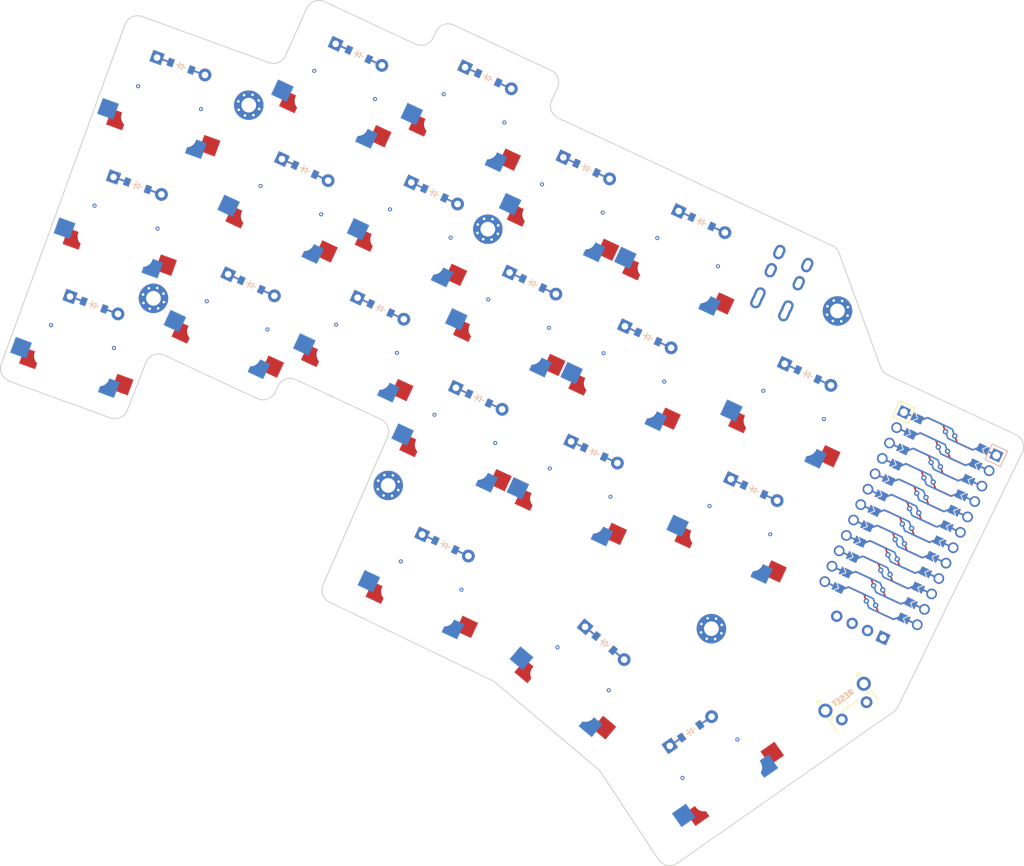
<source format=kicad_pcb>
(kicad_pcb (version 20171130) (host pcbnew 5.1.6)
  (title_block (title cornish) (rev v1.0.0) (company Unknown))
  (layers (0 F.Cu signal) (31 B.Cu signal) (34 B.Paste user) (35 F.Paste user) (36 B.SilkS user) (37 F.SilkS user) (38 B.Mask user) (39 F.Mask user) (44 Edge.Cuts user))
  (net 0 "")
  (net 1 "P9")
  (net 2 "pinky_bottom")
  (net 3 "pinky_home")
  (net 4 "pinky_top")
  (net 5 "P10")
  (net 6 "ring_bottom")
  (net 7 "ring_home")
  (net 8 "ring_top")
  (net 9 "P16")
  (net 10 "middle_bottom")
  (net 11 "middle_home")
  (net 12 "middle_top")
  (net 13 "P14")
  (net 14 "index_bottom")
  (net 15 "index_home")
  (net 16 "index_top")
  (net 17 "P15")
  (net 18 "index2_bottom")
  (net 19 "index2_home")
  (net 20 "index2_top")
  (net 21 "mod_cluster")
  (net 22 "layer_cluster")
  (net 23 "P18")
  (net 24 "space_cluster")
  (net 25 "media_one")
  (net 26 "media_two")
  (net 27 "P19")
  (net 28 "P20")
  (net 29 "P21")
  (net 30 "P4")
  (net 31 "RAW")
  (net 32 "GND")
  (net 33 "RST")
  (net 34 "VCC")
  (net 35 "P1")
  (net 36 "P0")
  (net 37 "P2")
  (net 38 "P3")
  (net 39 "P5")
  (net 40 "P6")
  (net 41 "P7")
  (net 42 "P8")
  (module Gateron-Low-Profile-ks-33 (layer F.Cu) (at 145.2032617 127.3421093 -20)
    (fp_text reference "S1" hide)
    (fp_text value ks33 hide)
    (pad "" np_thru_hole circle (at 0 0) (size 4.9378 4.9378) (drill 4.9378) (layers *.Cu *.Mask))
    (pad "" np_thru_hole circle (at 4.40 4.70) (size 3 3) (drill 3) (layers *.Cu *.Mask))
    (pad "" np_thru_hole circle (at -2.6 5.75) (size 3 3) (drill 3) (layers *.Cu *.Mask))
    (pad 1 smd rect (at -8.07 4.70 -20) (size 2.55 2.5) (layers B.Cu B.Paste B.Mask) (net 1 "P9"))
    (pad 2 smd rect (at 6.27 5.75 -20) (size 2.55 2.5) (layers B.Cu B.Paste B.Mask) (net 2 "pinky_bottom"))
    (pad "" np_thru_hole circle (at -4.40 4.70) (size 3 3) (drill 3) (layers *.Cu *.Mask))
    (pad "" np_thru_hole circle (at 2.6 5.75) (size 3 3) (drill 3) (layers *.Cu *.Mask))
    (pad 1 smd rect (at 8.07 4.70 -20) (size 2.55 2.5) (layers F.Cu F.Paste F.Mask) (net 1 "P9"))
    (pad 2 smd rect (at -6.27 5.75 -20) (size 2.55 2.5) (layers F.Cu F.Paste F.Mask) (net 2 "pinky_bottom"))
  )
  (module Gateron-Low-Profile-ks-33 (layer F.Cu) (at 151.7016444 109.4879495 -20)
    (fp_text reference "S2" hide)
    (fp_text value ks33 hide)
    (pad "" np_thru_hole circle (at 0 0) (size 4.9378 4.9378) (drill 4.9378) (layers *.Cu *.Mask))
    (pad "" np_thru_hole circle (at 4.40 4.70) (size 3 3) (drill 3) (layers *.Cu *.Mask))
    (pad "" np_thru_hole circle (at -2.6 5.75) (size 3 3) (drill 3) (layers *.Cu *.Mask))
    (pad 1 smd rect (at -8.07 4.70 -20) (size 2.55 2.5) (layers B.Cu B.Paste B.Mask) (net 1 "P9"))
    (pad 2 smd rect (at 6.27 5.75 -20) (size 2.55 2.5) (layers B.Cu B.Paste B.Mask) (net 3 "pinky_home"))
    (pad "" np_thru_hole circle (at -4.40 4.70) (size 3 3) (drill 3) (layers *.Cu *.Mask))
    (pad "" np_thru_hole circle (at 2.6 5.75) (size 3 3) (drill 3) (layers *.Cu *.Mask))
    (pad 1 smd rect (at 8.07 4.70 -20) (size 2.55 2.5) (layers F.Cu F.Paste F.Mask) (net 1 "P9"))
    (pad 2 smd rect (at -6.27 5.75 -20) (size 2.55 2.5) (layers F.Cu F.Paste F.Mask) (net 3 "pinky_home"))
  )
  (module Gateron-Low-Profile-ks-33 (layer F.Cu) (at 158.2000272 91.6337897 -20)
    (fp_text reference "S3" hide)
    (fp_text value ks33 hide)
    (pad "" np_thru_hole circle (at 0 0) (size 4.9378 4.9378) (drill 4.9378) (layers *.Cu *.Mask))
    (pad "" np_thru_hole circle (at 4.40 4.70) (size 3 3) (drill 3) (layers *.Cu *.Mask))
    (pad "" np_thru_hole circle (at -2.6 5.75) (size 3 3) (drill 3) (layers *.Cu *.Mask))
    (pad 1 smd rect (at -8.07 4.70 -20) (size 2.55 2.5) (layers B.Cu B.Paste B.Mask) (net 1 "P9"))
    (pad 2 smd rect (at 6.27 5.75 -20) (size 2.55 2.5) (layers B.Cu B.Paste B.Mask) (net 4 "pinky_top"))
    (pad "" np_thru_hole circle (at -4.40 4.70) (size 3 3) (drill 3) (layers *.Cu *.Mask))
    (pad "" np_thru_hole circle (at 2.6 5.75) (size 3 3) (drill 3) (layers *.Cu *.Mask))
    (pad 1 smd rect (at 8.07 4.70 -20) (size 2.55 2.5) (layers F.Cu F.Paste F.Mask) (net 1 "P9"))
    (pad 2 smd rect (at -6.27 5.75 -20) (size 2.55 2.5) (layers F.Cu F.Paste F.Mask) (net 4 "pinky_top"))
  )
  (module Gateron-Low-Profile-ks-33 (layer F.Cu) (at 168.2924095 124.1656697 -25)
    (fp_text reference "S4" hide)
    (fp_text value ks33 hide)
    (pad "" np_thru_hole circle (at 0 0) (size 4.9378 4.9378) (drill 4.9378) (layers *.Cu *.Mask))
    (pad "" np_thru_hole circle (at 4.40 4.70) (size 3 3) (drill 3) (layers *.Cu *.Mask))
    (pad "" np_thru_hole circle (at -2.6 5.75) (size 3 3) (drill 3) (layers *.Cu *.Mask))
    (pad 1 smd rect (at -8.07 4.70 -25) (size 2.55 2.5) (layers B.Cu B.Paste B.Mask) (net 5 "P10"))
    (pad 2 smd rect (at 6.27 5.75 -25) (size 2.55 2.5) (layers B.Cu B.Paste B.Mask) (net 6 "ring_bottom"))
    (pad "" np_thru_hole circle (at -4.40 4.70) (size 3 3) (drill 3) (layers *.Cu *.Mask))
    (pad "" np_thru_hole circle (at 2.6 5.75) (size 3 3) (drill 3) (layers *.Cu *.Mask))
    (pad 1 smd rect (at 8.07 4.70 -25) (size 2.55 2.5) (layers F.Cu F.Paste F.Mask) (net 5 "P10"))
    (pad 2 smd rect (at -6.27 5.75 -25) (size 2.55 2.5) (layers F.Cu F.Paste F.Mask) (net 6 "ring_bottom"))
  )
  (module Gateron-Low-Profile-ks-33 (layer F.Cu) (at 176.3221565 106.9458218 -25)
    (fp_text reference "S5" hide)
    (fp_text value ks33 hide)
    (pad "" np_thru_hole circle (at 0 0) (size 4.9378 4.9378) (drill 4.9378) (layers *.Cu *.Mask))
    (pad "" np_thru_hole circle (at 4.40 4.70) (size 3 3) (drill 3) (layers *.Cu *.Mask))
    (pad "" np_thru_hole circle (at -2.6 5.75) (size 3 3) (drill 3) (layers *.Cu *.Mask))
    (pad 1 smd rect (at -8.07 4.70 -25) (size 2.55 2.5) (layers B.Cu B.Paste B.Mask) (net 5 "P10"))
    (pad 2 smd rect (at 6.27 5.75 -25) (size 2.55 2.5) (layers B.Cu B.Paste B.Mask) (net 7 "ring_home"))
    (pad "" np_thru_hole circle (at -4.40 4.70) (size 3 3) (drill 3) (layers *.Cu *.Mask))
    (pad "" np_thru_hole circle (at 2.6 5.75) (size 3 3) (drill 3) (layers *.Cu *.Mask))
    (pad 1 smd rect (at 8.07 4.70 -25) (size 2.55 2.5) (layers F.Cu F.Paste F.Mask) (net 5 "P10"))
    (pad 2 smd rect (at -6.27 5.75 -25) (size 2.55 2.5) (layers F.Cu F.Paste F.Mask) (net 7 "ring_home"))
  )
  (module Gateron-Low-Profile-ks-33 (layer F.Cu) (at 184.3519034 89.7259738 -25)
    (fp_text reference "S6" hide)
    (fp_text value ks33 hide)
    (pad "" np_thru_hole circle (at 0 0) (size 4.9378 4.9378) (drill 4.9378) (layers *.Cu *.Mask))
    (pad "" np_thru_hole circle (at 4.40 4.70) (size 3 3) (drill 3) (layers *.Cu *.Mask))
    (pad "" np_thru_hole circle (at -2.6 5.75) (size 3 3) (drill 3) (layers *.Cu *.Mask))
    (pad 1 smd rect (at -8.07 4.70 -25) (size 2.55 2.5) (layers B.Cu B.Paste B.Mask) (net 5 "P10"))
    (pad 2 smd rect (at 6.27 5.75 -25) (size 2.55 2.5) (layers B.Cu B.Paste B.Mask) (net 8 "ring_top"))
    (pad "" np_thru_hole circle (at -4.40 4.70) (size 3 3) (drill 3) (layers *.Cu *.Mask))
    (pad "" np_thru_hole circle (at 2.6 5.75) (size 3 3) (drill 3) (layers *.Cu *.Mask))
    (pad 1 smd rect (at 8.07 4.70 -25) (size 2.55 2.5) (layers F.Cu F.Paste F.Mask) (net 5 "P10"))
    (pad 2 smd rect (at -6.27 5.75 -25) (size 2.55 2.5) (layers F.Cu F.Paste F.Mask) (net 8 "ring_top"))
  )
  (module Gateron-Low-Profile-ks-33 (layer F.Cu) (at 187.6253488 127.6638779 -25)
    (fp_text reference "S7" hide)
    (fp_text value ks33 hide)
    (pad "" np_thru_hole circle (at 0 0) (size 4.9378 4.9378) (drill 4.9378) (layers *.Cu *.Mask))
    (pad "" np_thru_hole circle (at 4.40 4.70) (size 3 3) (drill 3) (layers *.Cu *.Mask))
    (pad "" np_thru_hole circle (at -2.6 5.75) (size 3 3) (drill 3) (layers *.Cu *.Mask))
    (pad 1 smd rect (at -8.07 4.70 -25) (size 2.55 2.5) (layers B.Cu B.Paste B.Mask) (net 9 "P16"))
    (pad 2 smd rect (at 6.27 5.75 -25) (size 2.55 2.5) (layers B.Cu B.Paste B.Mask) (net 10 "middle_bottom"))
    (pad "" np_thru_hole circle (at -4.40 4.70) (size 3 3) (drill 3) (layers *.Cu *.Mask))
    (pad "" np_thru_hole circle (at 2.6 5.75) (size 3 3) (drill 3) (layers *.Cu *.Mask))
    (pad 1 smd rect (at 8.07 4.70 -25) (size 2.55 2.5) (layers F.Cu F.Paste F.Mask) (net 9 "P16"))
    (pad 2 smd rect (at -6.27 5.75 -25) (size 2.55 2.5) (layers F.Cu F.Paste F.Mask) (net 10 "middle_bottom"))
  )
  (module Gateron-Low-Profile-ks-33 (layer F.Cu) (at 195.6550957 110.4440299 -25)
    (fp_text reference "S8" hide)
    (fp_text value ks33 hide)
    (pad "" np_thru_hole circle (at 0 0) (size 4.9378 4.9378) (drill 4.9378) (layers *.Cu *.Mask))
    (pad "" np_thru_hole circle (at 4.40 4.70) (size 3 3) (drill 3) (layers *.Cu *.Mask))
    (pad "" np_thru_hole circle (at -2.6 5.75) (size 3 3) (drill 3) (layers *.Cu *.Mask))
    (pad 1 smd rect (at -8.07 4.70 -25) (size 2.55 2.5) (layers B.Cu B.Paste B.Mask) (net 9 "P16"))
    (pad 2 smd rect (at 6.27 5.75 -25) (size 2.55 2.5) (layers B.Cu B.Paste B.Mask) (net 11 "middle_home"))
    (pad "" np_thru_hole circle (at -4.40 4.70) (size 3 3) (drill 3) (layers *.Cu *.Mask))
    (pad "" np_thru_hole circle (at 2.6 5.75) (size 3 3) (drill 3) (layers *.Cu *.Mask))
    (pad 1 smd rect (at 8.07 4.70 -25) (size 2.55 2.5) (layers F.Cu F.Paste F.Mask) (net 9 "P16"))
    (pad 2 smd rect (at -6.27 5.75 -25) (size 2.55 2.5) (layers F.Cu F.Paste F.Mask) (net 11 "middle_home"))
  )
  (module Gateron-Low-Profile-ks-33 (layer F.Cu) (at 203.6848427 93.2241819 -25)
    (fp_text reference "S9" hide)
    (fp_text value ks33 hide)
    (pad "" np_thru_hole circle (at 0 0) (size 4.9378 4.9378) (drill 4.9378) (layers *.Cu *.Mask))
    (pad "" np_thru_hole circle (at 4.40 4.70) (size 3 3) (drill 3) (layers *.Cu *.Mask))
    (pad "" np_thru_hole circle (at -2.6 5.75) (size 3 3) (drill 3) (layers *.Cu *.Mask))
    (pad 1 smd rect (at -8.07 4.70 -25) (size 2.55 2.5) (layers B.Cu B.Paste B.Mask) (net 9 "P16"))
    (pad 2 smd rect (at 6.27 5.75 -25) (size 2.55 2.5) (layers B.Cu B.Paste B.Mask) (net 12 "middle_top"))
    (pad "" np_thru_hole circle (at -4.40 4.70) (size 3 3) (drill 3) (layers *.Cu *.Mask))
    (pad "" np_thru_hole circle (at 2.6 5.75) (size 3 3) (drill 3) (layers *.Cu *.Mask))
    (pad 1 smd rect (at 8.07 4.70 -25) (size 2.55 2.5) (layers F.Cu F.Paste F.Mask) (net 9 "P16"))
    (pad 2 smd rect (at -6.27 5.75 -25) (size 2.55 2.5) (layers F.Cu F.Paste F.Mask) (net 12 "middle_top"))
  )
  (module Gateron-Low-Profile-ks-33 (layer F.Cu) (at 202.3094871 141.1314716 -25)
    (fp_text reference "S10" hide)
    (fp_text value ks33 hide)
    (pad "" np_thru_hole circle (at 0 0) (size 4.9378 4.9378) (drill 4.9378) (layers *.Cu *.Mask))
    (pad "" np_thru_hole circle (at 4.40 4.70) (size 3 3) (drill 3) (layers *.Cu *.Mask))
    (pad "" np_thru_hole circle (at -2.6 5.75) (size 3 3) (drill 3) (layers *.Cu *.Mask))
    (pad 1 smd rect (at -8.07 4.70 -25) (size 2.55 2.5) (layers B.Cu B.Paste B.Mask) (net 13 "P14"))
    (pad 2 smd rect (at 6.27 5.75 -25) (size 2.55 2.5) (layers B.Cu B.Paste B.Mask) (net 14 "index_bottom"))
    (pad "" np_thru_hole circle (at -4.40 4.70) (size 3 3) (drill 3) (layers *.Cu *.Mask))
    (pad "" np_thru_hole circle (at 2.6 5.75) (size 3 3) (drill 3) (layers *.Cu *.Mask))
    (pad 1 smd rect (at 8.07 4.70 -25) (size 2.55 2.5) (layers F.Cu F.Paste F.Mask) (net 13 "P14"))
    (pad 2 smd rect (at -6.27 5.75 -25) (size 2.55 2.5) (layers F.Cu F.Paste F.Mask) (net 14 "index_bottom"))
  )
  (module Gateron-Low-Profile-ks-33 (layer F.Cu) (at 210.3392341 123.9116236 -25)
    (fp_text reference "S11" hide)
    (fp_text value ks33 hide)
    (pad "" np_thru_hole circle (at 0 0) (size 4.9378 4.9378) (drill 4.9378) (layers *.Cu *.Mask))
    (pad "" np_thru_hole circle (at 4.40 4.70) (size 3 3) (drill 3) (layers *.Cu *.Mask))
    (pad "" np_thru_hole circle (at -2.6 5.75) (size 3 3) (drill 3) (layers *.Cu *.Mask))
    (pad 1 smd rect (at -8.07 4.70 -25) (size 2.55 2.5) (layers B.Cu B.Paste B.Mask) (net 13 "P14"))
    (pad 2 smd rect (at 6.27 5.75 -25) (size 2.55 2.5) (layers B.Cu B.Paste B.Mask) (net 15 "index_home"))
    (pad "" np_thru_hole circle (at -4.40 4.70) (size 3 3) (drill 3) (layers *.Cu *.Mask))
    (pad "" np_thru_hole circle (at 2.6 5.75) (size 3 3) (drill 3) (layers *.Cu *.Mask))
    (pad 1 smd rect (at 8.07 4.70 -25) (size 2.55 2.5) (layers F.Cu F.Paste F.Mask) (net 13 "P14"))
    (pad 2 smd rect (at -6.27 5.75 -25) (size 2.55 2.5) (layers F.Cu F.Paste F.Mask) (net 15 "index_home"))
  )
  (module Gateron-Low-Profile-ks-33 (layer F.Cu) (at 218.3689811 106.6917756 -25)
    (fp_text reference "S12" hide)
    (fp_text value ks33 hide)
    (pad "" np_thru_hole circle (at 0 0) (size 4.9378 4.9378) (drill 4.9378) (layers *.Cu *.Mask))
    (pad "" np_thru_hole circle (at 4.40 4.70) (size 3 3) (drill 3) (layers *.Cu *.Mask))
    (pad "" np_thru_hole circle (at -2.6 5.75) (size 3 3) (drill 3) (layers *.Cu *.Mask))
    (pad 1 smd rect (at -8.07 4.70 -25) (size 2.55 2.5) (layers B.Cu B.Paste B.Mask) (net 13 "P14"))
    (pad 2 smd rect (at 6.27 5.75 -25) (size 2.55 2.5) (layers B.Cu B.Paste B.Mask) (net 16 "index_top"))
    (pad "" np_thru_hole circle (at -4.40 4.70) (size 3 3) (drill 3) (layers *.Cu *.Mask))
    (pad "" np_thru_hole circle (at 2.6 5.75) (size 3 3) (drill 3) (layers *.Cu *.Mask))
    (pad 1 smd rect (at 8.07 4.70 -25) (size 2.55 2.5) (layers F.Cu F.Paste F.Mask) (net 13 "P14"))
    (pad 2 smd rect (at -6.27 5.75 -25) (size 2.55 2.5) (layers F.Cu F.Paste F.Mask) (net 16 "index_top"))
  )
  (module Gateron-Low-Profile-ks-33 (layer F.Cu) (at 219.529335 149.1612185 -25)
    (fp_text reference "S13" hide)
    (fp_text value ks33 hide)
    (pad "" np_thru_hole circle (at 0 0) (size 4.9378 4.9378) (drill 4.9378) (layers *.Cu *.Mask))
    (pad "" np_thru_hole circle (at 4.40 4.70) (size 3 3) (drill 3) (layers *.Cu *.Mask))
    (pad "" np_thru_hole circle (at -2.6 5.75) (size 3 3) (drill 3) (layers *.Cu *.Mask))
    (pad 1 smd rect (at -8.07 4.70 -25) (size 2.55 2.5) (layers B.Cu B.Paste B.Mask) (net 17 "P15"))
    (pad 2 smd rect (at 6.27 5.75 -25) (size 2.55 2.5) (layers B.Cu B.Paste B.Mask) (net 18 "index2_bottom"))
    (pad "" np_thru_hole circle (at -4.40 4.70) (size 3 3) (drill 3) (layers *.Cu *.Mask))
    (pad "" np_thru_hole circle (at 2.6 5.75) (size 3 3) (drill 3) (layers *.Cu *.Mask))
    (pad 1 smd rect (at 8.07 4.70 -25) (size 2.55 2.5) (layers F.Cu F.Paste F.Mask) (net 17 "P15"))
    (pad 2 smd rect (at -6.27 5.75 -25) (size 2.55 2.5) (layers F.Cu F.Paste F.Mask) (net 18 "index2_bottom"))
  )
  (module Gateron-Low-Profile-ks-33 (layer F.Cu) (at 227.559082 131.9413705 -25)
    (fp_text reference "S14" hide)
    (fp_text value ks33 hide)
    (pad "" np_thru_hole circle (at 0 0) (size 4.9378 4.9378) (drill 4.9378) (layers *.Cu *.Mask))
    (pad "" np_thru_hole circle (at 4.40 4.70) (size 3 3) (drill 3) (layers *.Cu *.Mask))
    (pad "" np_thru_hole circle (at -2.6 5.75) (size 3 3) (drill 3) (layers *.Cu *.Mask))
    (pad 1 smd rect (at -8.07 4.70 -25) (size 2.55 2.5) (layers B.Cu B.Paste B.Mask) (net 17 "P15"))
    (pad 2 smd rect (at 6.27 5.75 -25) (size 2.55 2.5) (layers B.Cu B.Paste B.Mask) (net 19 "index2_home"))
    (pad "" np_thru_hole circle (at -4.40 4.70) (size 3 3) (drill 3) (layers *.Cu *.Mask))
    (pad "" np_thru_hole circle (at 2.6 5.75) (size 3 3) (drill 3) (layers *.Cu *.Mask))
    (pad 1 smd rect (at 8.07 4.70 -25) (size 2.55 2.5) (layers F.Cu F.Paste F.Mask) (net 17 "P15"))
    (pad 2 smd rect (at -6.27 5.75 -25) (size 2.55 2.5) (layers F.Cu F.Paste F.Mask) (net 19 "index2_home"))
  )
  (module Gateron-Low-Profile-ks-33 (layer F.Cu) (at 235.588829 114.7215225 -25)
    (fp_text reference "S15" hide)
    (fp_text value ks33 hide)
    (pad "" np_thru_hole circle (at 0 0) (size 4.9378 4.9378) (drill 4.9378) (layers *.Cu *.Mask))
    (pad "" np_thru_hole circle (at 4.40 4.70) (size 3 3) (drill 3) (layers *.Cu *.Mask))
    (pad "" np_thru_hole circle (at -2.6 5.75) (size 3 3) (drill 3) (layers *.Cu *.Mask))
    (pad 1 smd rect (at -8.07 4.70 -25) (size 2.55 2.5) (layers B.Cu B.Paste B.Mask) (net 17 "P15"))
    (pad 2 smd rect (at 6.27 5.75 -25) (size 2.55 2.5) (layers B.Cu B.Paste B.Mask) (net 20 "index2_top"))
    (pad "" np_thru_hole circle (at -4.40 4.70) (size 3 3) (drill 3) (layers *.Cu *.Mask))
    (pad "" np_thru_hole circle (at 2.6 5.75) (size 3 3) (drill 3) (layers *.Cu *.Mask))
    (pad 1 smd rect (at 8.07 4.70 -25) (size 2.55 2.5) (layers F.Cu F.Paste F.Mask) (net 17 "P15"))
    (pad 2 smd rect (at -6.27 5.75 -25) (size 2.55 2.5) (layers F.Cu F.Paste F.Mask) (net 20 "index2_top"))
  )
  (module Gateron-Low-Profile-ks-33 (layer F.Cu) (at 197.2715319 163.0565486 -25)
    (fp_text reference "S16" hide)
    (fp_text value ks33 hide)
    (pad "" np_thru_hole circle (at 0 0) (size 4.9378 4.9378) (drill 4.9378) (layers *.Cu *.Mask))
    (pad "" np_thru_hole circle (at 4.40 4.70) (size 3 3) (drill 3) (layers *.Cu *.Mask))
    (pad "" np_thru_hole circle (at -2.6 5.75) (size 3 3) (drill 3) (layers *.Cu *.Mask))
    (pad 1 smd rect (at -8.07 4.70 -25) (size 2.55 2.5) (layers B.Cu B.Paste B.Mask) (net 13 "P14"))
    (pad 2 smd rect (at 6.27 5.75 -25) (size 2.55 2.5) (layers B.Cu B.Paste B.Mask) (net 21 "mod_cluster"))
    (pad "" np_thru_hole circle (at -4.40 4.70) (size 3 3) (drill 3) (layers *.Cu *.Mask))
    (pad "" np_thru_hole circle (at 2.6 5.75) (size 3 3) (drill 3) (layers *.Cu *.Mask))
    (pad 1 smd rect (at 8.07 4.70 -25) (size 2.55 2.5) (layers F.Cu F.Paste F.Mask) (net 13 "P14"))
    (pad 2 smd rect (at -6.27 5.75 -25) (size 2.55 2.5) (layers F.Cu F.Paste F.Mask) (net 21 "mod_cluster"))
  )
  (module Gateron-Low-Profile-ks-33 (layer F.Cu) (at 219.9769478 176.994641 -40)
    (fp_text reference "S17" hide)
    (fp_text value ks33 hide)
    (pad "" np_thru_hole circle (at 0 0) (size 4.9378 4.9378) (drill 4.9378) (layers *.Cu *.Mask))
    (pad "" np_thru_hole circle (at 4.40 4.70) (size 3 3) (drill 3) (layers *.Cu *.Mask))
    (pad "" np_thru_hole circle (at -2.6 5.75) (size 3 3) (drill 3) (layers *.Cu *.Mask))
    (pad 1 smd rect (at -8.07 4.70 -40) (size 2.55 2.5) (layers B.Cu B.Paste B.Mask) (net 17 "P15"))
    (pad 2 smd rect (at 6.27 5.75 -40) (size 2.55 2.5) (layers B.Cu B.Paste B.Mask) (net 22 "layer_cluster"))
    (pad "" np_thru_hole circle (at -4.40 4.70) (size 3 3) (drill 3) (layers *.Cu *.Mask))
    (pad "" np_thru_hole circle (at 2.6 5.75) (size 3 3) (drill 3) (layers *.Cu *.Mask))
    (pad 1 smd rect (at 8.07 4.70 -40) (size 2.55 2.5) (layers F.Cu F.Paste F.Mask) (net 17 "P15"))
    (pad 2 smd rect (at -6.27 5.75 -40) (size 2.55 2.5) (layers F.Cu F.Paste F.Mask) (net 22 "layer_cluster"))
  )
  (module Gateron-Low-Profile-ks-33 (layer F.Cu) (at 238.9189615 190.4252029 35)
    (fp_text reference "S18" hide)
    (fp_text value ks33 hide)
    (pad "" np_thru_hole circle (at 0 0) (size 4.9378 4.9378) (drill 4.9378) (layers *.Cu *.Mask))
    (pad "" np_thru_hole circle (at 4.40 4.70) (size 3 3) (drill 3) (layers *.Cu *.Mask))
    (pad "" np_thru_hole circle (at -2.6 5.75) (size 3 3) (drill 3) (layers *.Cu *.Mask))
    (pad 1 smd rect (at -8.07 4.70 35) (size 2.55 2.5) (layers B.Cu B.Paste B.Mask) (net 23 "P18"))
    (pad 2 smd rect (at 6.27 5.75 35) (size 2.55 2.5) (layers B.Cu B.Paste B.Mask) (net 24 "space_cluster"))
    (pad "" np_thru_hole circle (at -4.40 4.70) (size 3 3) (drill 3) (layers *.Cu *.Mask))
    (pad "" np_thru_hole circle (at 2.6 5.75) (size 3 3) (drill 3) (layers *.Cu *.Mask))
    (pad 1 smd rect (at 8.07 4.70 35) (size 2.55 2.5) (layers F.Cu F.Paste F.Mask) (net 23 "P18"))
    (pad 2 smd rect (at -6.27 5.75 35) (size 2.55 2.5) (layers F.Cu F.Paste F.Mask) (net 24 "space_cluster"))
  )
  (module Gateron-Low-Profile-ks-33 (layer F.Cu) (at 243.3938133 154.7725178 -25)
    (fp_text reference "S19" hide)
    (fp_text value ks33 hide)
    (pad "" np_thru_hole circle (at 0 0) (size 4.9378 4.9378) (drill 4.9378) (layers *.Cu *.Mask))
    (pad "" np_thru_hole circle (at 4.40 4.70) (size 3 3) (drill 3) (layers *.Cu *.Mask))
    (pad "" np_thru_hole circle (at -2.6 5.75) (size 3 3) (drill 3) (layers *.Cu *.Mask))
    (pad 1 smd rect (at -8.07 4.70 -25) (size 2.55 2.5) (layers B.Cu B.Paste B.Mask) (net 23 "P18"))
    (pad 2 smd rect (at 6.27 5.75 -25) (size 2.55 2.5) (layers B.Cu B.Paste B.Mask) (net 25 "media_one"))
    (pad "" np_thru_hole circle (at -4.40 4.70) (size 3 3) (drill 3) (layers *.Cu *.Mask))
    (pad "" np_thru_hole circle (at 2.6 5.75) (size 3 3) (drill 3) (layers *.Cu *.Mask))
    (pad 1 smd rect (at 8.07 4.70 -25) (size 2.55 2.5) (layers F.Cu F.Paste F.Mask) (net 23 "P18"))
    (pad 2 smd rect (at -6.27 5.75 -25) (size 2.55 2.5) (layers F.Cu F.Paste F.Mask) (net 25 "media_one"))
  )
  (module Gateron-Low-Profile-ks-33 (layer F.Cu) (at 251.4235602 137.5526698 -25)
    (fp_text reference "S20" hide)
    (fp_text value ks33 hide)
    (pad "" np_thru_hole circle (at 0 0) (size 4.9378 4.9378) (drill 4.9378) (layers *.Cu *.Mask))
    (pad "" np_thru_hole circle (at 4.40 4.70) (size 3 3) (drill 3) (layers *.Cu *.Mask))
    (pad "" np_thru_hole circle (at -2.6 5.75) (size 3 3) (drill 3) (layers *.Cu *.Mask))
    (pad 1 smd rect (at -8.07 4.70 -25) (size 2.55 2.5) (layers B.Cu B.Paste B.Mask) (net 23 "P18"))
    (pad 2 smd rect (at 6.27 5.75 -25) (size 2.55 2.5) (layers B.Cu B.Paste B.Mask) (net 26 "media_two"))
    (pad "" np_thru_hole circle (at -4.40 4.70) (size 3 3) (drill 3) (layers *.Cu *.Mask))
    (pad "" np_thru_hole circle (at 2.6 5.75) (size 3 3) (drill 3) (layers *.Cu *.Mask))
    (pad 1 smd rect (at 8.07 4.70 -25) (size 2.55 2.5) (layers F.Cu F.Paste F.Mask) (net 23 "P18"))
    (pad 2 smd rect (at -6.27 5.75 -25) (size 2.55 2.5) (layers F.Cu F.Paste F.Mask) (net 26 "media_two"))
  )
  (module ComboDiode-Pretty (layer F.Cu) (at 146.9133624 122.6436462 -20)
    (fp_text reference "D1" hide)
    (fp_text value "" hide)
    (pad 1 smd rect (at -1.65 0 -20) (size 0.9 1.2) (layers F.Cu F.Paste F.Mask) (net 27 "P19"))
    (pad 2 smd rect (at 1.65 0 -20) (size 0.9 1.2) (layers B.Cu B.Paste B.Mask) (net 2 "pinky_bottom"))
    (pad 1 smd rect (at -1.65 0 -20) (size 0.9 1.2) (layers B.Cu B.Paste B.Mask) (net 27 "P19"))
    (pad 2 smd rect (at 1.65 0 -20) (size 0.9 1.2) (layers F.Cu F.Paste F.Mask) (net 2 "pinky_bottom"))
    (pad 1 thru_hole rect (at -3.81 0 -20) (size 1.778 1.778) (drill 0.9906) (layers *.Cu *.Mask) (net 27 "P19"))
    (pad 2 thru_hole circle (at 3.81 0 -20) (size 1.905 1.905) (drill 0.9906) (layers *.Cu *.Mask) (net 2 "pinky_bottom"))
    (pad 1 smd custom (at -3.0 0 -20) (size 0.25 0.25) (layers F.Cu) (options (clearence convexhull) (anchor circle)) (primitives (gr_line (start 0 0) (end 1.1 0) (width 0.25))) (net 27 "P19"))
    (pad 1 smd custom (at -3.0 0 -20) (size 0.25 0.25) (layers B.Cu) (options (clearence convexhull) (anchor circle)) (primitives (gr_line (start 0 0) (end 1.1 0) (width 0.25))) (net 27 "P19"))
    (pad 2 smd custom (at 1.9 0 -20) (size 0.25 0.25) (layers F.Cu) (options (clearence convexhull) (anchor circle)) (primitives (gr_line (start 0 0) (end 1.1 0) (width 0.25))) (net 2 "pinky_bottom"))
    (pad 2 smd custom (at 1.9 0 -20) (size 0.25 0.25) (layers B.Cu) (options (clearence convexhull) (anchor circle)) (primitives (gr_line (start 0 0) (end 1.1 0) (width 0.25))) (net 2 "pinky_bottom"))
  )
  (module ComboDiode-Pretty (layer F.Cu) (at 153.4117451 104.7894864 -20)
    (fp_text reference "D2" hide)
    (fp_text value "" hide)
    (pad 1 smd rect (at -1.65 0 -20) (size 0.9 1.2) (layers F.Cu F.Paste F.Mask) (net 28 "P20"))
    (pad 2 smd rect (at 1.65 0 -20) (size 0.9 1.2) (layers B.Cu B.Paste B.Mask) (net 3 "pinky_home"))
    (pad 1 smd rect (at -1.65 0 -20) (size 0.9 1.2) (layers B.Cu B.Paste B.Mask) (net 28 "P20"))
    (pad 2 smd rect (at 1.65 0 -20) (size 0.9 1.2) (layers F.Cu F.Paste F.Mask) (net 3 "pinky_home"))
    (pad 1 thru_hole rect (at -3.81 0 -20) (size 1.778 1.778) (drill 0.9906) (layers *.Cu *.Mask) (net 28 "P20"))
    (pad 2 thru_hole circle (at 3.81 0 -20) (size 1.905 1.905) (drill 0.9906) (layers *.Cu *.Mask) (net 3 "pinky_home"))
    (pad 1 smd custom (at -3.0 0 -20) (size 0.25 0.25) (layers F.Cu) (options (clearence convexhull) (anchor circle)) (primitives (gr_line (start 0 0) (end 1.1 0) (width 0.25))) (net 28 "P20"))
    (pad 1 smd custom (at -3.0 0 -20) (size 0.25 0.25) (layers B.Cu) (options (clearence convexhull) (anchor circle)) (primitives (gr_line (start 0 0) (end 1.1 0) (width 0.25))) (net 28 "P20"))
    (pad 2 smd custom (at 1.9 0 -20) (size 0.25 0.25) (layers F.Cu) (options (clearence convexhull) (anchor circle)) (primitives (gr_line (start 0 0) (end 1.1 0) (width 0.25))) (net 3 "pinky_home"))
    (pad 2 smd custom (at 1.9 0 -20) (size 0.25 0.25) (layers B.Cu) (options (clearence convexhull) (anchor circle)) (primitives (gr_line (start 0 0) (end 1.1 0) (width 0.25))) (net 3 "pinky_home"))
  )
  (module ComboDiode-Pretty (layer F.Cu) (at 159.9101279 86.9353266 -20)
    (fp_text reference "D3" hide)
    (fp_text value "" hide)
    (pad 1 smd rect (at -1.65 0 -20) (size 0.9 1.2) (layers F.Cu F.Paste F.Mask) (net 29 "P21"))
    (pad 2 smd rect (at 1.65 0 -20) (size 0.9 1.2) (layers B.Cu B.Paste B.Mask) (net 4 "pinky_top"))
    (pad 1 smd rect (at -1.65 0 -20) (size 0.9 1.2) (layers B.Cu B.Paste B.Mask) (net 29 "P21"))
    (pad 2 smd rect (at 1.65 0 -20) (size 0.9 1.2) (layers F.Cu F.Paste F.Mask) (net 4 "pinky_top"))
    (pad 1 thru_hole rect (at -3.81 0 -20) (size 1.778 1.778) (drill 0.9906) (layers *.Cu *.Mask) (net 29 "P21"))
    (pad 2 thru_hole circle (at 3.81 0 -20) (size 1.905 1.905) (drill 0.9906) (layers *.Cu *.Mask) (net 4 "pinky_top"))
    (pad 1 smd custom (at -3.0 0 -20) (size 0.25 0.25) (layers F.Cu) (options (clearence convexhull) (anchor circle)) (primitives (gr_line (start 0 0) (end 1.1 0) (width 0.25))) (net 29 "P21"))
    (pad 1 smd custom (at -3.0 0 -20) (size 0.25 0.25) (layers B.Cu) (options (clearence convexhull) (anchor circle)) (primitives (gr_line (start 0 0) (end 1.1 0) (width 0.25))) (net 29 "P21"))
    (pad 2 smd custom (at 1.9 0 -20) (size 0.25 0.25) (layers F.Cu) (options (clearence convexhull) (anchor circle)) (primitives (gr_line (start 0 0) (end 1.1 0) (width 0.25))) (net 4 "pinky_top"))
    (pad 2 smd custom (at 1.9 0 -20) (size 0.25 0.25) (layers B.Cu) (options (clearence convexhull) (anchor circle)) (primitives (gr_line (start 0 0) (end 1.1 0) (width 0.25))) (net 4 "pinky_top"))
  )
  (module ComboDiode-Pretty (layer F.Cu) (at 170.4055008 119.6341308 -25)
    (fp_text reference "D4" hide)
    (fp_text value "" hide)
    (pad 1 smd rect (at -1.65 0 -25) (size 0.9 1.2) (layers F.Cu F.Paste F.Mask) (net 27 "P19"))
    (pad 2 smd rect (at 1.65 0 -25) (size 0.9 1.2) (layers B.Cu B.Paste B.Mask) (net 6 "ring_bottom"))
    (pad 1 smd rect (at -1.65 0 -25) (size 0.9 1.2) (layers B.Cu B.Paste B.Mask) (net 27 "P19"))
    (pad 2 smd rect (at 1.65 0 -25) (size 0.9 1.2) (layers F.Cu F.Paste F.Mask) (net 6 "ring_bottom"))
    (pad 1 thru_hole rect (at -3.81 0 -25) (size 1.778 1.778) (drill 0.9906) (layers *.Cu *.Mask) (net 27 "P19"))
    (pad 2 thru_hole circle (at 3.81 0 -25) (size 1.905 1.905) (drill 0.9906) (layers *.Cu *.Mask) (net 6 "ring_bottom"))
    (pad 1 smd custom (at -3.0 0 -25) (size 0.25 0.25) (layers F.Cu) (options (clearence convexhull) (anchor circle)) (primitives (gr_line (start 0 0) (end 1.1 0) (width 0.25))) (net 27 "P19"))
    (pad 1 smd custom (at -3.0 0 -25) (size 0.25 0.25) (layers B.Cu) (options (clearence convexhull) (anchor circle)) (primitives (gr_line (start 0 0) (end 1.1 0) (width 0.25))) (net 27 "P19"))
    (pad 2 smd custom (at 1.9 0 -25) (size 0.25 0.25) (layers F.Cu) (options (clearence convexhull) (anchor circle)) (primitives (gr_line (start 0 0) (end 1.1 0) (width 0.25))) (net 6 "ring_bottom"))
    (pad 2 smd custom (at 1.9 0 -25) (size 0.25 0.25) (layers B.Cu) (options (clearence convexhull) (anchor circle)) (primitives (gr_line (start 0 0) (end 1.1 0) (width 0.25))) (net 6 "ring_bottom"))
  )
  (module ComboDiode-Pretty (layer F.Cu) (at 178.4352478 102.4142829 -25)
    (fp_text reference "D5" hide)
    (fp_text value "" hide)
    (pad 1 smd rect (at -1.65 0 -25) (size 0.9 1.2) (layers F.Cu F.Paste F.Mask) (net 28 "P20"))
    (pad 2 smd rect (at 1.65 0 -25) (size 0.9 1.2) (layers B.Cu B.Paste B.Mask) (net 7 "ring_home"))
    (pad 1 smd rect (at -1.65 0 -25) (size 0.9 1.2) (layers B.Cu B.Paste B.Mask) (net 28 "P20"))
    (pad 2 smd rect (at 1.65 0 -25) (size 0.9 1.2) (layers F.Cu F.Paste F.Mask) (net 7 "ring_home"))
    (pad 1 thru_hole rect (at -3.81 0 -25) (size 1.778 1.778) (drill 0.9906) (layers *.Cu *.Mask) (net 28 "P20"))
    (pad 2 thru_hole circle (at 3.81 0 -25) (size 1.905 1.905) (drill 0.9906) (layers *.Cu *.Mask) (net 7 "ring_home"))
    (pad 1 smd custom (at -3.0 0 -25) (size 0.25 0.25) (layers F.Cu) (options (clearence convexhull) (anchor circle)) (primitives (gr_line (start 0 0) (end 1.1 0) (width 0.25))) (net 28 "P20"))
    (pad 1 smd custom (at -3.0 0 -25) (size 0.25 0.25) (layers B.Cu) (options (clearence convexhull) (anchor circle)) (primitives (gr_line (start 0 0) (end 1.1 0) (width 0.25))) (net 28 "P20"))
    (pad 2 smd custom (at 1.9 0 -25) (size 0.25 0.25) (layers F.Cu) (options (clearence convexhull) (anchor circle)) (primitives (gr_line (start 0 0) (end 1.1 0) (width 0.25))) (net 7 "ring_home"))
    (pad 2 smd custom (at 1.9 0 -25) (size 0.25 0.25) (layers B.Cu) (options (clearence convexhull) (anchor circle)) (primitives (gr_line (start 0 0) (end 1.1 0) (width 0.25))) (net 7 "ring_home"))
  )
  (module ComboDiode-Pretty (layer F.Cu) (at 186.4649947 85.1944349 -25)
    (fp_text reference "D6" hide)
    (fp_text value "" hide)
    (pad 1 smd rect (at -1.65 0 -25) (size 0.9 1.2) (layers F.Cu F.Paste F.Mask) (net 29 "P21"))
    (pad 2 smd rect (at 1.65 0 -25) (size 0.9 1.2) (layers B.Cu B.Paste B.Mask) (net 8 "ring_top"))
    (pad 1 smd rect (at -1.65 0 -25) (size 0.9 1.2) (layers B.Cu B.Paste B.Mask) (net 29 "P21"))
    (pad 2 smd rect (at 1.65 0 -25) (size 0.9 1.2) (layers F.Cu F.Paste F.Mask) (net 8 "ring_top"))
    (pad 1 thru_hole rect (at -3.81 0 -25) (size 1.778 1.778) (drill 0.9906) (layers *.Cu *.Mask) (net 29 "P21"))
    (pad 2 thru_hole circle (at 3.81 0 -25) (size 1.905 1.905) (drill 0.9906) (layers *.Cu *.Mask) (net 8 "ring_top"))
    (pad 1 smd custom (at -3.0 0 -25) (size 0.25 0.25) (layers F.Cu) (options (clearence convexhull) (anchor circle)) (primitives (gr_line (start 0 0) (end 1.1 0) (width 0.25))) (net 29 "P21"))
    (pad 1 smd custom (at -3.0 0 -25) (size 0.25 0.25) (layers B.Cu) (options (clearence convexhull) (anchor circle)) (primitives (gr_line (start 0 0) (end 1.1 0) (width 0.25))) (net 29 "P21"))
    (pad 2 smd custom (at 1.9 0 -25) (size 0.25 0.25) (layers F.Cu) (options (clearence convexhull) (anchor circle)) (primitives (gr_line (start 0 0) (end 1.1 0) (width 0.25))) (net 8 "ring_top"))
    (pad 2 smd custom (at 1.9 0 -25) (size 0.25 0.25) (layers B.Cu) (options (clearence convexhull) (anchor circle)) (primitives (gr_line (start 0 0) (end 1.1 0) (width 0.25))) (net 8 "ring_top"))
  )
  (module ComboDiode-Pretty (layer F.Cu) (at 189.73844010000002 123.132339 -25)
    (fp_text reference "D7" hide)
    (fp_text value "" hide)
    (pad 1 smd rect (at -1.65 0 -25) (size 0.9 1.2) (layers F.Cu F.Paste F.Mask) (net 27 "P19"))
    (pad 2 smd rect (at 1.65 0 -25) (size 0.9 1.2) (layers B.Cu B.Paste B.Mask) (net 10 "middle_bottom"))
    (pad 1 smd rect (at -1.65 0 -25) (size 0.9 1.2) (layers B.Cu B.Paste B.Mask) (net 27 "P19"))
    (pad 2 smd rect (at 1.65 0 -25) (size 0.9 1.2) (layers F.Cu F.Paste F.Mask) (net 10 "middle_bottom"))
    (pad 1 thru_hole rect (at -3.81 0 -25) (size 1.778 1.778) (drill 0.9906) (layers *.Cu *.Mask) (net 27 "P19"))
    (pad 2 thru_hole circle (at 3.81 0 -25) (size 1.905 1.905) (drill 0.9906) (layers *.Cu *.Mask) (net 10 "middle_bottom"))
    (pad 1 smd custom (at -3.0 0 -25) (size 0.25 0.25) (layers F.Cu) (options (clearence convexhull) (anchor circle)) (primitives (gr_line (start 0 0) (end 1.1 0) (width 0.25))) (net 27 "P19"))
    (pad 1 smd custom (at -3.0 0 -25) (size 0.25 0.25) (layers B.Cu) (options (clearence convexhull) (anchor circle)) (primitives (gr_line (start 0 0) (end 1.1 0) (width 0.25))) (net 27 "P19"))
    (pad 2 smd custom (at 1.9 0 -25) (size 0.25 0.25) (layers F.Cu) (options (clearence convexhull) (anchor circle)) (primitives (gr_line (start 0 0) (end 1.1 0) (width 0.25))) (net 10 "middle_bottom"))
    (pad 2 smd custom (at 1.9 0 -25) (size 0.25 0.25) (layers B.Cu) (options (clearence convexhull) (anchor circle)) (primitives (gr_line (start 0 0) (end 1.1 0) (width 0.25))) (net 10 "middle_bottom"))
  )
  (module ComboDiode-Pretty (layer F.Cu) (at 197.768187 105.912491 -25)
    (fp_text reference "D8" hide)
    (fp_text value "" hide)
    (pad 1 smd rect (at -1.65 0 -25) (size 0.9 1.2) (layers F.Cu F.Paste F.Mask) (net 28 "P20"))
    (pad 2 smd rect (at 1.65 0 -25) (size 0.9 1.2) (layers B.Cu B.Paste B.Mask) (net 11 "middle_home"))
    (pad 1 smd rect (at -1.65 0 -25) (size 0.9 1.2) (layers B.Cu B.Paste B.Mask) (net 28 "P20"))
    (pad 2 smd rect (at 1.65 0 -25) (size 0.9 1.2) (layers F.Cu F.Paste F.Mask) (net 11 "middle_home"))
    (pad 1 thru_hole rect (at -3.81 0 -25) (size 1.778 1.778) (drill 0.9906) (layers *.Cu *.Mask) (net 28 "P20"))
    (pad 2 thru_hole circle (at 3.81 0 -25) (size 1.905 1.905) (drill 0.9906) (layers *.Cu *.Mask) (net 11 "middle_home"))
    (pad 1 smd custom (at -3.0 0 -25) (size 0.25 0.25) (layers F.Cu) (options (clearence convexhull) (anchor circle)) (primitives (gr_line (start 0 0) (end 1.1 0) (width 0.25))) (net 28 "P20"))
    (pad 1 smd custom (at -3.0 0 -25) (size 0.25 0.25) (layers B.Cu) (options (clearence convexhull) (anchor circle)) (primitives (gr_line (start 0 0) (end 1.1 0) (width 0.25))) (net 28 "P20"))
    (pad 2 smd custom (at 1.9 0 -25) (size 0.25 0.25) (layers F.Cu) (options (clearence convexhull) (anchor circle)) (primitives (gr_line (start 0 0) (end 1.1 0) (width 0.25))) (net 11 "middle_home"))
    (pad 2 smd custom (at 1.9 0 -25) (size 0.25 0.25) (layers B.Cu) (options (clearence convexhull) (anchor circle)) (primitives (gr_line (start 0 0) (end 1.1 0) (width 0.25))) (net 11 "middle_home"))
  )
  (module ComboDiode-Pretty (layer F.Cu) (at 205.797934 88.692643 -25)
    (fp_text reference "D9" hide)
    (fp_text value "" hide)
    (pad 1 smd rect (at -1.65 0 -25) (size 0.9 1.2) (layers F.Cu F.Paste F.Mask) (net 29 "P21"))
    (pad 2 smd rect (at 1.65 0 -25) (size 0.9 1.2) (layers B.Cu B.Paste B.Mask) (net 12 "middle_top"))
    (pad 1 smd rect (at -1.65 0 -25) (size 0.9 1.2) (layers B.Cu B.Paste B.Mask) (net 29 "P21"))
    (pad 2 smd rect (at 1.65 0 -25) (size 0.9 1.2) (layers F.Cu F.Paste F.Mask) (net 12 "middle_top"))
    (pad 1 thru_hole rect (at -3.81 0 -25) (size 1.778 1.778) (drill 0.9906) (layers *.Cu *.Mask) (net 29 "P21"))
    (pad 2 thru_hole circle (at 3.81 0 -25) (size 1.905 1.905) (drill 0.9906) (layers *.Cu *.Mask) (net 12 "middle_top"))
    (pad 1 smd custom (at -3.0 0 -25) (size 0.25 0.25) (layers F.Cu) (options (clearence convexhull) (anchor circle)) (primitives (gr_line (start 0 0) (end 1.1 0) (width 0.25))) (net 29 "P21"))
    (pad 1 smd custom (at -3.0 0 -25) (size 0.25 0.25) (layers B.Cu) (options (clearence convexhull) (anchor circle)) (primitives (gr_line (start 0 0) (end 1.1 0) (width 0.25))) (net 29 "P21"))
    (pad 2 smd custom (at 1.9 0 -25) (size 0.25 0.25) (layers F.Cu) (options (clearence convexhull) (anchor circle)) (primitives (gr_line (start 0 0) (end 1.1 0) (width 0.25))) (net 12 "middle_top"))
    (pad 2 smd custom (at 1.9 0 -25) (size 0.25 0.25) (layers B.Cu) (options (clearence convexhull) (anchor circle)) (primitives (gr_line (start 0 0) (end 1.1 0) (width 0.25))) (net 12 "middle_top"))
  )
  (module ComboDiode-Pretty (layer F.Cu) (at 204.42257840000002 136.5999327 -25)
    (fp_text reference "D10" hide)
    (fp_text value "" hide)
    (pad 1 smd rect (at -1.65 0 -25) (size 0.9 1.2) (layers F.Cu F.Paste F.Mask) (net 27 "P19"))
    (pad 2 smd rect (at 1.65 0 -25) (size 0.9 1.2) (layers B.Cu B.Paste B.Mask) (net 14 "index_bottom"))
    (pad 1 smd rect (at -1.65 0 -25) (size 0.9 1.2) (layers B.Cu B.Paste B.Mask) (net 27 "P19"))
    (pad 2 smd rect (at 1.65 0 -25) (size 0.9 1.2) (layers F.Cu F.Paste F.Mask) (net 14 "index_bottom"))
    (pad 1 thru_hole rect (at -3.81 0 -25) (size 1.778 1.778) (drill 0.9906) (layers *.Cu *.Mask) (net 27 "P19"))
    (pad 2 thru_hole circle (at 3.81 0 -25) (size 1.905 1.905) (drill 0.9906) (layers *.Cu *.Mask) (net 14 "index_bottom"))
    (pad 1 smd custom (at -3.0 0 -25) (size 0.25 0.25) (layers F.Cu) (options (clearence convexhull) (anchor circle)) (primitives (gr_line (start 0 0) (end 1.1 0) (width 0.25))) (net 27 "P19"))
    (pad 1 smd custom (at -3.0 0 -25) (size 0.25 0.25) (layers B.Cu) (options (clearence convexhull) (anchor circle)) (primitives (gr_line (start 0 0) (end 1.1 0) (width 0.25))) (net 27 "P19"))
    (pad 2 smd custom (at 1.9 0 -25) (size 0.25 0.25) (layers F.Cu) (options (clearence convexhull) (anchor circle)) (primitives (gr_line (start 0 0) (end 1.1 0) (width 0.25))) (net 14 "index_bottom"))
    (pad 2 smd custom (at 1.9 0 -25) (size 0.25 0.25) (layers B.Cu) (options (clearence convexhull) (anchor circle)) (primitives (gr_line (start 0 0) (end 1.1 0) (width 0.25))) (net 14 "index_bottom"))
  )
  (module ComboDiode-Pretty (layer F.Cu) (at 212.4523254 119.3800847 -25)
    (fp_text reference "D11" hide)
    (fp_text value "" hide)
    (pad 1 smd rect (at -1.65 0 -25) (size 0.9 1.2) (layers F.Cu F.Paste F.Mask) (net 28 "P20"))
    (pad 2 smd rect (at 1.65 0 -25) (size 0.9 1.2) (layers B.Cu B.Paste B.Mask) (net 15 "index_home"))
    (pad 1 smd rect (at -1.65 0 -25) (size 0.9 1.2) (layers B.Cu B.Paste B.Mask) (net 28 "P20"))
    (pad 2 smd rect (at 1.65 0 -25) (size 0.9 1.2) (layers F.Cu F.Paste F.Mask) (net 15 "index_home"))
    (pad 1 thru_hole rect (at -3.81 0 -25) (size 1.778 1.778) (drill 0.9906) (layers *.Cu *.Mask) (net 28 "P20"))
    (pad 2 thru_hole circle (at 3.81 0 -25) (size 1.905 1.905) (drill 0.9906) (layers *.Cu *.Mask) (net 15 "index_home"))
    (pad 1 smd custom (at -3.0 0 -25) (size 0.25 0.25) (layers F.Cu) (options (clearence convexhull) (anchor circle)) (primitives (gr_line (start 0 0) (end 1.1 0) (width 0.25))) (net 28 "P20"))
    (pad 1 smd custom (at -3.0 0 -25) (size 0.25 0.25) (layers B.Cu) (options (clearence convexhull) (anchor circle)) (primitives (gr_line (start 0 0) (end 1.1 0) (width 0.25))) (net 28 "P20"))
    (pad 2 smd custom (at 1.9 0 -25) (size 0.25 0.25) (layers F.Cu) (options (clearence convexhull) (anchor circle)) (primitives (gr_line (start 0 0) (end 1.1 0) (width 0.25))) (net 15 "index_home"))
    (pad 2 smd custom (at 1.9 0 -25) (size 0.25 0.25) (layers B.Cu) (options (clearence convexhull) (anchor circle)) (primitives (gr_line (start 0 0) (end 1.1 0) (width 0.25))) (net 15 "index_home"))
  )
  (module ComboDiode-Pretty (layer F.Cu) (at 220.48207240000002 102.1602367 -25)
    (fp_text reference "D12" hide)
    (fp_text value "" hide)
    (pad 1 smd rect (at -1.65 0 -25) (size 0.9 1.2) (layers F.Cu F.Paste F.Mask) (net 29 "P21"))
    (pad 2 smd rect (at 1.65 0 -25) (size 0.9 1.2) (layers B.Cu B.Paste B.Mask) (net 16 "index_top"))
    (pad 1 smd rect (at -1.65 0 -25) (size 0.9 1.2) (layers B.Cu B.Paste B.Mask) (net 29 "P21"))
    (pad 2 smd rect (at 1.65 0 -25) (size 0.9 1.2) (layers F.Cu F.Paste F.Mask) (net 16 "index_top"))
    (pad 1 thru_hole rect (at -3.81 0 -25) (size 1.778 1.778) (drill 0.9906) (layers *.Cu *.Mask) (net 29 "P21"))
    (pad 2 thru_hole circle (at 3.81 0 -25) (size 1.905 1.905) (drill 0.9906) (layers *.Cu *.Mask) (net 16 "index_top"))
    (pad 1 smd custom (at -3.0 0 -25) (size 0.25 0.25) (layers F.Cu) (options (clearence convexhull) (anchor circle)) (primitives (gr_line (start 0 0) (end 1.1 0) (width 0.25))) (net 29 "P21"))
    (pad 1 smd custom (at -3.0 0 -25) (size 0.25 0.25) (layers B.Cu) (options (clearence convexhull) (anchor circle)) (primitives (gr_line (start 0 0) (end 1.1 0) (width 0.25))) (net 29 "P21"))
    (pad 2 smd custom (at 1.9 0 -25) (size 0.25 0.25) (layers F.Cu) (options (clearence convexhull) (anchor circle)) (primitives (gr_line (start 0 0) (end 1.1 0) (width 0.25))) (net 16 "index_top"))
    (pad 2 smd custom (at 1.9 0 -25) (size 0.25 0.25) (layers B.Cu) (options (clearence convexhull) (anchor circle)) (primitives (gr_line (start 0 0) (end 1.1 0) (width 0.25))) (net 16 "index_top"))
  )
  (module ComboDiode-Pretty (layer F.Cu) (at 221.6424263 144.6296796 -25)
    (fp_text reference "D13" hide)
    (fp_text value "" hide)
    (pad 1 smd rect (at -1.65 0 -25) (size 0.9 1.2) (layers F.Cu F.Paste F.Mask) (net 27 "P19"))
    (pad 2 smd rect (at 1.65 0 -25) (size 0.9 1.2) (layers B.Cu B.Paste B.Mask) (net 18 "index2_bottom"))
    (pad 1 smd rect (at -1.65 0 -25) (size 0.9 1.2) (layers B.Cu B.Paste B.Mask) (net 27 "P19"))
    (pad 2 smd rect (at 1.65 0 -25) (size 0.9 1.2) (layers F.Cu F.Paste F.Mask) (net 18 "index2_bottom"))
    (pad 1 thru_hole rect (at -3.81 0 -25) (size 1.778 1.778) (drill 0.9906) (layers *.Cu *.Mask) (net 27 "P19"))
    (pad 2 thru_hole circle (at 3.81 0 -25) (size 1.905 1.905) (drill 0.9906) (layers *.Cu *.Mask) (net 18 "index2_bottom"))
    (pad 1 smd custom (at -3.0 0 -25) (size 0.25 0.25) (layers F.Cu) (options (clearence convexhull) (anchor circle)) (primitives (gr_line (start 0 0) (end 1.1 0) (width 0.25))) (net 27 "P19"))
    (pad 1 smd custom (at -3.0 0 -25) (size 0.25 0.25) (layers B.Cu) (options (clearence convexhull) (anchor circle)) (primitives (gr_line (start 0 0) (end 1.1 0) (width 0.25))) (net 27 "P19"))
    (pad 2 smd custom (at 1.9 0 -25) (size 0.25 0.25) (layers F.Cu) (options (clearence convexhull) (anchor circle)) (primitives (gr_line (start 0 0) (end 1.1 0) (width 0.25))) (net 18 "index2_bottom"))
    (pad 2 smd custom (at 1.9 0 -25) (size 0.25 0.25) (layers B.Cu) (options (clearence convexhull) (anchor circle)) (primitives (gr_line (start 0 0) (end 1.1 0) (width 0.25))) (net 18 "index2_bottom"))
  )
  (module ComboDiode-Pretty (layer F.Cu) (at 229.6721733 127.4098316 -25)
    (fp_text reference "D14" hide)
    (fp_text value "" hide)
    (pad 1 smd rect (at -1.65 0 -25) (size 0.9 1.2) (layers F.Cu F.Paste F.Mask) (net 28 "P20"))
    (pad 2 smd rect (at 1.65 0 -25) (size 0.9 1.2) (layers B.Cu B.Paste B.Mask) (net 19 "index2_home"))
    (pad 1 smd rect (at -1.65 0 -25) (size 0.9 1.2) (layers B.Cu B.Paste B.Mask) (net 28 "P20"))
    (pad 2 smd rect (at 1.65 0 -25) (size 0.9 1.2) (layers F.Cu F.Paste F.Mask) (net 19 "index2_home"))
    (pad 1 thru_hole rect (at -3.81 0 -25) (size 1.778 1.778) (drill 0.9906) (layers *.Cu *.Mask) (net 28 "P20"))
    (pad 2 thru_hole circle (at 3.81 0 -25) (size 1.905 1.905) (drill 0.9906) (layers *.Cu *.Mask) (net 19 "index2_home"))
    (pad 1 smd custom (at -3.0 0 -25) (size 0.25 0.25) (layers F.Cu) (options (clearence convexhull) (anchor circle)) (primitives (gr_line (start 0 0) (end 1.1 0) (width 0.25))) (net 28 "P20"))
    (pad 1 smd custom (at -3.0 0 -25) (size 0.25 0.25) (layers B.Cu) (options (clearence convexhull) (anchor circle)) (primitives (gr_line (start 0 0) (end 1.1 0) (width 0.25))) (net 28 "P20"))
    (pad 2 smd custom (at 1.9 0 -25) (size 0.25 0.25) (layers F.Cu) (options (clearence convexhull) (anchor circle)) (primitives (gr_line (start 0 0) (end 1.1 0) (width 0.25))) (net 19 "index2_home"))
    (pad 2 smd custom (at 1.9 0 -25) (size 0.25 0.25) (layers B.Cu) (options (clearence convexhull) (anchor circle)) (primitives (gr_line (start 0 0) (end 1.1 0) (width 0.25))) (net 19 "index2_home"))
  )
  (module ComboDiode-Pretty (layer F.Cu) (at 237.7019203 110.1899836 -25)
    (fp_text reference "D15" hide)
    (fp_text value "" hide)
    (pad 1 smd rect (at -1.65 0 -25) (size 0.9 1.2) (layers F.Cu F.Paste F.Mask) (net 29 "P21"))
    (pad 2 smd rect (at 1.65 0 -25) (size 0.9 1.2) (layers B.Cu B.Paste B.Mask) (net 20 "index2_top"))
    (pad 1 smd rect (at -1.65 0 -25) (size 0.9 1.2) (layers B.Cu B.Paste B.Mask) (net 29 "P21"))
    (pad 2 smd rect (at 1.65 0 -25) (size 0.9 1.2) (layers F.Cu F.Paste F.Mask) (net 20 "index2_top"))
    (pad 1 thru_hole rect (at -3.81 0 -25) (size 1.778 1.778) (drill 0.9906) (layers *.Cu *.Mask) (net 29 "P21"))
    (pad 2 thru_hole circle (at 3.81 0 -25) (size 1.905 1.905) (drill 0.9906) (layers *.Cu *.Mask) (net 20 "index2_top"))
    (pad 1 smd custom (at -3.0 0 -25) (size 0.25 0.25) (layers F.Cu) (options (clearence convexhull) (anchor circle)) (primitives (gr_line (start 0 0) (end 1.1 0) (width 0.25))) (net 29 "P21"))
    (pad 1 smd custom (at -3.0 0 -25) (size 0.25 0.25) (layers B.Cu) (options (clearence convexhull) (anchor circle)) (primitives (gr_line (start 0 0) (end 1.1 0) (width 0.25))) (net 29 "P21"))
    (pad 2 smd custom (at 1.9 0 -25) (size 0.25 0.25) (layers F.Cu) (options (clearence convexhull) (anchor circle)) (primitives (gr_line (start 0 0) (end 1.1 0) (width 0.25))) (net 20 "index2_top"))
    (pad 2 smd custom (at 1.9 0 -25) (size 0.25 0.25) (layers B.Cu) (options (clearence convexhull) (anchor circle)) (primitives (gr_line (start 0 0) (end 1.1 0) (width 0.25))) (net 20 "index2_top"))
  )
  (module ComboDiode-Pretty (layer F.Cu) (at 199.38462320000002 158.52500970000003 -25)
    (fp_text reference "D16" hide)
    (fp_text value "" hide)
    (pad 1 smd rect (at -1.65 0 -25) (size 0.9 1.2) (layers F.Cu F.Paste F.Mask) (net 30 "P4"))
    (pad 2 smd rect (at 1.65 0 -25) (size 0.9 1.2) (layers B.Cu B.Paste B.Mask) (net 21 "mod_cluster"))
    (pad 1 smd rect (at -1.65 0 -25) (size 0.9 1.2) (layers B.Cu B.Paste B.Mask) (net 30 "P4"))
    (pad 2 smd rect (at 1.65 0 -25) (size 0.9 1.2) (layers F.Cu F.Paste F.Mask) (net 21 "mod_cluster"))
    (pad 1 thru_hole rect (at -3.81 0 -25) (size 1.778 1.778) (drill 0.9906) (layers *.Cu *.Mask) (net 30 "P4"))
    (pad 2 thru_hole circle (at 3.81 0 -25) (size 1.905 1.905) (drill 0.9906) (layers *.Cu *.Mask) (net 21 "mod_cluster"))
    (pad 1 smd custom (at -3.0 0 -25) (size 0.25 0.25) (layers F.Cu) (options (clearence convexhull) (anchor circle)) (primitives (gr_line (start 0 0) (end 1.1 0) (width 0.25))) (net 30 "P4"))
    (pad 1 smd custom (at -3.0 0 -25) (size 0.25 0.25) (layers B.Cu) (options (clearence convexhull) (anchor circle)) (primitives (gr_line (start 0 0) (end 1.1 0) (width 0.25))) (net 30 "P4"))
    (pad 2 smd custom (at 1.9 0 -25) (size 0.25 0.25) (layers F.Cu) (options (clearence convexhull) (anchor circle)) (primitives (gr_line (start 0 0) (end 1.1 0) (width 0.25))) (net 21 "mod_cluster"))
    (pad 2 smd custom (at 1.9 0 -25) (size 0.25 0.25) (layers B.Cu) (options (clearence convexhull) (anchor circle)) (primitives (gr_line (start 0 0) (end 1.1 0) (width 0.25))) (net 21 "mod_cluster"))
  )
  (module ComboDiode-Pretty (layer F.Cu) (at 223.19088580000002 173.1644188 -40)
    (fp_text reference "D17" hide)
    (fp_text value "" hide)
    (pad 1 smd rect (at -1.65 0 -40) (size 0.9 1.2) (layers F.Cu F.Paste F.Mask) (net 30 "P4"))
    (pad 2 smd rect (at 1.65 0 -40) (size 0.9 1.2) (layers B.Cu B.Paste B.Mask) (net 22 "layer_cluster"))
    (pad 1 smd rect (at -1.65 0 -40) (size 0.9 1.2) (layers B.Cu B.Paste B.Mask) (net 30 "P4"))
    (pad 2 smd rect (at 1.65 0 -40) (size 0.9 1.2) (layers F.Cu F.Paste F.Mask) (net 22 "layer_cluster"))
    (pad 1 thru_hole rect (at -3.81 0 -40) (size 1.778 1.778) (drill 0.9906) (layers *.Cu *.Mask) (net 30 "P4"))
    (pad 2 thru_hole circle (at 3.81 0 -40) (size 1.905 1.905) (drill 0.9906) (layers *.Cu *.Mask) (net 22 "layer_cluster"))
    (pad 1 smd custom (at -3.0 0 -40) (size 0.25 0.25) (layers F.Cu) (options (clearence convexhull) (anchor circle)) (primitives (gr_line (start 0 0) (end 1.1 0) (width 0.25))) (net 30 "P4"))
    (pad 1 smd custom (at -3.0 0 -40) (size 0.25 0.25) (layers B.Cu) (options (clearence convexhull) (anchor circle)) (primitives (gr_line (start 0 0) (end 1.1 0) (width 0.25))) (net 30 "P4"))
    (pad 2 smd custom (at 1.9 0 -40) (size 0.25 0.25) (layers F.Cu) (options (clearence convexhull) (anchor circle)) (primitives (gr_line (start 0 0) (end 1.1 0) (width 0.25))) (net 22 "layer_cluster"))
    (pad 2 smd custom (at 1.9 0 -40) (size 0.25 0.25) (layers B.Cu) (options (clearence convexhull) (anchor circle)) (primitives (gr_line (start 0 0) (end 1.1 0) (width 0.25))) (net 22 "layer_cluster"))
  )
  (module ComboDiode-Pretty (layer F.Cu) (at 236.0510793 186.3294427 35)
    (fp_text reference "D18" hide)
    (fp_text value "" hide)
    (pad 1 smd rect (at -1.65 0 35) (size 0.9 1.2) (layers F.Cu F.Paste F.Mask) (net 30 "P4"))
    (pad 2 smd rect (at 1.65 0 35) (size 0.9 1.2) (layers B.Cu B.Paste B.Mask) (net 24 "space_cluster"))
    (pad 1 smd rect (at -1.65 0 35) (size 0.9 1.2) (layers B.Cu B.Paste B.Mask) (net 30 "P4"))
    (pad 2 smd rect (at 1.65 0 35) (size 0.9 1.2) (layers F.Cu F.Paste F.Mask) (net 24 "space_cluster"))
    (pad 1 thru_hole rect (at -3.81 0 35) (size 1.778 1.778) (drill 0.9906) (layers *.Cu *.Mask) (net 30 "P4"))
    (pad 2 thru_hole circle (at 3.81 0 35) (size 1.905 1.905) (drill 0.9906) (layers *.Cu *.Mask) (net 24 "space_cluster"))
    (pad 1 smd custom (at -3.0 0 35) (size 0.25 0.25) (layers F.Cu) (options (clearence convexhull) (anchor circle)) (primitives (gr_line (start 0 0) (end 1.1 0) (width 0.25))) (net 30 "P4"))
    (pad 1 smd custom (at -3.0 0 35) (size 0.25 0.25) (layers B.Cu) (options (clearence convexhull) (anchor circle)) (primitives (gr_line (start 0 0) (end 1.1 0) (width 0.25))) (net 30 "P4"))
    (pad 2 smd custom (at 1.9 0 35) (size 0.25 0.25) (layers F.Cu) (options (clearence convexhull) (anchor circle)) (primitives (gr_line (start 0 0) (end 1.1 0) (width 0.25))) (net 24 "space_cluster"))
    (pad 2 smd custom (at 1.9 0 35) (size 0.25 0.25) (layers B.Cu) (options (clearence convexhull) (anchor circle)) (primitives (gr_line (start 0 0) (end 1.1 0) (width 0.25))) (net 24 "space_cluster"))
  )
  (module ComboDiode-Pretty (layer F.Cu) (at 245.5069046 150.24097890000002 -25)
    (fp_text reference "D19" hide)
    (fp_text value "" hide)
    (pad 1 smd rect (at -1.65 0 -25) (size 0.9 1.2) (layers F.Cu F.Paste F.Mask) (net 27 "P19"))
    (pad 2 smd rect (at 1.65 0 -25) (size 0.9 1.2) (layers B.Cu B.Paste B.Mask) (net 25 "media_one"))
    (pad 1 smd rect (at -1.65 0 -25) (size 0.9 1.2) (layers B.Cu B.Paste B.Mask) (net 27 "P19"))
    (pad 2 smd rect (at 1.65 0 -25) (size 0.9 1.2) (layers F.Cu F.Paste F.Mask) (net 25 "media_one"))
    (pad 1 thru_hole rect (at -3.81 0 -25) (size 1.778 1.778) (drill 0.9906) (layers *.Cu *.Mask) (net 27 "P19"))
    (pad 2 thru_hole circle (at 3.81 0 -25) (size 1.905 1.905) (drill 0.9906) (layers *.Cu *.Mask) (net 25 "media_one"))
    (pad 1 smd custom (at -3.0 0 -25) (size 0.25 0.25) (layers F.Cu) (options (clearence convexhull) (anchor circle)) (primitives (gr_line (start 0 0) (end 1.1 0) (width 0.25))) (net 27 "P19"))
    (pad 1 smd custom (at -3.0 0 -25) (size 0.25 0.25) (layers B.Cu) (options (clearence convexhull) (anchor circle)) (primitives (gr_line (start 0 0) (end 1.1 0) (width 0.25))) (net 27 "P19"))
    (pad 2 smd custom (at 1.9 0 -25) (size 0.25 0.25) (layers F.Cu) (options (clearence convexhull) (anchor circle)) (primitives (gr_line (start 0 0) (end 1.1 0) (width 0.25))) (net 25 "media_one"))
    (pad 2 smd custom (at 1.9 0 -25) (size 0.25 0.25) (layers B.Cu) (options (clearence convexhull) (anchor circle)) (primitives (gr_line (start 0 0) (end 1.1 0) (width 0.25))) (net 25 "media_one"))
  )
  (module ComboDiode-Pretty (layer F.Cu) (at 253.5366515 133.0211309 -25)
    (fp_text reference "D20" hide)
    (fp_text value "" hide)
    (pad 1 smd rect (at -1.65 0 -25) (size 0.9 1.2) (layers F.Cu F.Paste F.Mask) (net 28 "P20"))
    (pad 2 smd rect (at 1.65 0 -25) (size 0.9 1.2) (layers B.Cu B.Paste B.Mask) (net 26 "media_two"))
    (pad 1 smd rect (at -1.65 0 -25) (size 0.9 1.2) (layers B.Cu B.Paste B.Mask) (net 28 "P20"))
    (pad 2 smd rect (at 1.65 0 -25) (size 0.9 1.2) (layers F.Cu F.Paste F.Mask) (net 26 "media_two"))
    (pad 1 thru_hole rect (at -3.81 0 -25) (size 1.778 1.778) (drill 0.9906) (layers *.Cu *.Mask) (net 28 "P20"))
    (pad 2 thru_hole circle (at 3.81 0 -25) (size 1.905 1.905) (drill 0.9906) (layers *.Cu *.Mask) (net 26 "media_two"))
    (pad 1 smd custom (at -3.0 0 -25) (size 0.25 0.25) (layers F.Cu) (options (clearence convexhull) (anchor circle)) (primitives (gr_line (start 0 0) (end 1.1 0) (width 0.25))) (net 28 "P20"))
    (pad 1 smd custom (at -3.0 0 -25) (size 0.25 0.25) (layers B.Cu) (options (clearence convexhull) (anchor circle)) (primitives (gr_line (start 0 0) (end 1.1 0) (width 0.25))) (net 28 "P20"))
    (pad 2 smd custom (at 1.9 0 -25) (size 0.25 0.25) (layers F.Cu) (options (clearence convexhull) (anchor circle)) (primitives (gr_line (start 0 0) (end 1.1 0) (width 0.25))) (net 26 "media_two"))
    (pad 2 smd custom (at 1.9 0 -25) (size 0.25 0.25) (layers B.Cu) (options (clearence convexhull) (anchor circle)) (primitives (gr_line (start 0 0) (end 1.1 0) (width 0.25))) (net 26 "media_two"))
  )
  (module VIA-0.6mm (layer F.Cu) (at 140.50479860000002 125.6320086 -20)
    (fp_text reference REF** hide)
    (fp_text value VIA-0.6mm hide)
    (pad 1 thru_hole circle (at 0 0) (size 0.6 0.6) (drill 0.3) (layers *.Cu) (net 1 "P9"))
  )
  (module VIA-0.6mm (layer F.Cu) (at 147.0031813 107.7778488 -20)
    (fp_text reference REF** hide)
    (fp_text value VIA-0.6mm hide)
    (pad 1 thru_hole circle (at 0 0) (size 0.6 0.6) (drill 0.3) (layers *.Cu) (net 1 "P9"))
  )
  (module VIA-0.6mm (layer F.Cu) (at 153.5015641 89.923689 -20)
    (fp_text reference REF** hide)
    (fp_text value VIA-0.6mm hide)
    (pad 1 thru_hole circle (at 0 0) (size 0.6 0.6) (drill 0.3) (layers *.Cu) (net 1 "P9"))
  )
  (module VIA-0.6mm (layer F.Cu) (at 163.7608706 122.0525784 -25)
    (fp_text reference REF** hide)
    (fp_text value VIA-0.6mm hide)
    (pad 1 thru_hole circle (at 0 0) (size 0.6 0.6) (drill 0.3) (layers *.Cu) (net 5 "P10"))
  )
  (module VIA-0.6mm (layer F.Cu) (at 171.79061760000002 104.83273050000001 -25)
    (fp_text reference REF** hide)
    (fp_text value VIA-0.6mm hide)
    (pad 1 thru_hole circle (at 0 0) (size 0.6 0.6) (drill 0.3) (layers *.Cu) (net 5 "P10"))
  )
  (module VIA-0.6mm (layer F.Cu) (at 179.8203645 87.61288250000001 -25)
    (fp_text reference REF** hide)
    (fp_text value VIA-0.6mm hide)
    (pad 1 thru_hole circle (at 0 0) (size 0.6 0.6) (drill 0.3) (layers *.Cu) (net 5 "P10"))
  )
  (module VIA-0.6mm (layer F.Cu) (at 183.09380990000002 125.55078660000001 -25)
    (fp_text reference REF** hide)
    (fp_text value VIA-0.6mm hide)
    (pad 1 thru_hole circle (at 0 0) (size 0.6 0.6) (drill 0.3) (layers *.Cu) (net 9 "P16"))
  )
  (module VIA-0.6mm (layer F.Cu) (at 191.12355680000002 108.33093860000001 -25)
    (fp_text reference REF** hide)
    (fp_text value VIA-0.6mm hide)
    (pad 1 thru_hole circle (at 0 0) (size 0.6 0.6) (drill 0.3) (layers *.Cu) (net 9 "P16"))
  )
  (module VIA-0.6mm (layer F.Cu) (at 199.1533038 91.11109060000001 -25)
    (fp_text reference REF** hide)
    (fp_text value VIA-0.6mm hide)
    (pad 1 thru_hole circle (at 0 0) (size 0.6 0.6) (drill 0.3) (layers *.Cu) (net 9 "P16"))
  )
  (module VIA-0.6mm (layer F.Cu) (at 197.77794820000003 139.0183803 -25)
    (fp_text reference REF** hide)
    (fp_text value VIA-0.6mm hide)
    (pad 1 thru_hole circle (at 0 0) (size 0.6 0.6) (drill 0.3) (layers *.Cu) (net 13 "P14"))
  )
  (module VIA-0.6mm (layer F.Cu) (at 205.8076952 121.7985323 -25)
    (fp_text reference REF** hide)
    (fp_text value VIA-0.6mm hide)
    (pad 1 thru_hole circle (at 0 0) (size 0.6 0.6) (drill 0.3) (layers *.Cu) (net 13 "P14"))
  )
  (module VIA-0.6mm (layer F.Cu) (at 213.83744220000003 104.5786843 -25)
    (fp_text reference REF** hide)
    (fp_text value VIA-0.6mm hide)
    (pad 1 thru_hole circle (at 0 0) (size 0.6 0.6) (drill 0.3) (layers *.Cu) (net 13 "P14"))
  )
  (module VIA-0.6mm (layer F.Cu) (at 214.99779610000002 147.04812719999998 -25)
    (fp_text reference REF** hide)
    (fp_text value VIA-0.6mm hide)
    (pad 1 thru_hole circle (at 0 0) (size 0.6 0.6) (drill 0.3) (layers *.Cu) (net 17 "P15"))
  )
  (module VIA-0.6mm (layer F.Cu) (at 223.0275431 129.8282792 -25)
    (fp_text reference REF** hide)
    (fp_text value VIA-0.6mm hide)
    (pad 1 thru_hole circle (at 0 0) (size 0.6 0.6) (drill 0.3) (layers *.Cu) (net 17 "P15"))
  )
  (module VIA-0.6mm (layer F.Cu) (at 231.05729010000002 112.60843120000001 -25)
    (fp_text reference REF** hide)
    (fp_text value VIA-0.6mm hide)
    (pad 1 thru_hole circle (at 0 0) (size 0.6 0.6) (drill 0.3) (layers *.Cu) (net 17 "P15"))
  )
  (module VIA-0.6mm (layer F.Cu) (at 192.73999300000003 160.9434573 -25)
    (fp_text reference REF** hide)
    (fp_text value VIA-0.6mm hide)
    (pad 1 thru_hole circle (at 0 0) (size 0.6 0.6) (drill 0.3) (layers *.Cu) (net 13 "P14"))
  )
  (module VIA-0.6mm (layer F.Cu) (at 216.1467256 173.780703 -40)
    (fp_text reference REF** hide)
    (fp_text value VIA-0.6mm hide)
    (pad 1 thru_hole circle (at 0 0) (size 0.6 0.6) (drill 0.3) (layers *.Cu) (net 17 "P15"))
  )
  (module VIA-0.6mm (layer F.Cu) (at 234.8232013 193.29308509999998 35)
    (fp_text reference REF** hide)
    (fp_text value VIA-0.6mm hide)
    (pad 1 thru_hole circle (at 0 0) (size 0.6 0.6) (drill 0.3) (layers *.Cu) (net 23 "P18"))
  )
  (module VIA-0.6mm (layer F.Cu) (at 238.86227440000002 152.6594265 -25)
    (fp_text reference REF** hide)
    (fp_text value VIA-0.6mm hide)
    (pad 1 thru_hole circle (at 0 0) (size 0.6 0.6) (drill 0.3) (layers *.Cu) (net 23 "P18"))
  )
  (module VIA-0.6mm (layer F.Cu) (at 246.8920213 135.43957849999998 -25)
    (fp_text reference REF** hide)
    (fp_text value VIA-0.6mm hide)
    (pad 1 thru_hole circle (at 0 0) (size 0.6 0.6) (drill 0.3) (layers *.Cu) (net 23 "P18"))
  )
  (module VIA-0.6mm (layer F.Cu) (at 149.9017248 129.05221 -20)
    (fp_text reference REF** hide)
    (fp_text value VIA-0.6mm hide)
    (pad 1 thru_hole circle (at 0 0) (size 0.6 0.6) (drill 0.3) (layers *.Cu) (net 27 "P19"))
  )
  (module VIA-0.6mm (layer F.Cu) (at 156.4001075 111.1980502 -20)
    (fp_text reference REF** hide)
    (fp_text value VIA-0.6mm hide)
    (pad 1 thru_hole circle (at 0 0) (size 0.6 0.6) (drill 0.3) (layers *.Cu) (net 28 "P20"))
  )
  (module VIA-0.6mm (layer F.Cu) (at 162.8984903 93.34389039999999 -20)
    (fp_text reference REF** hide)
    (fp_text value VIA-0.6mm hide)
    (pad 1 thru_hole circle (at 0 0) (size 0.6 0.6) (drill 0.3) (layers *.Cu) (net 29 "P21"))
  )
  (module VIA-0.6mm (layer F.Cu) (at 172.82394839999998 126.27876099999999 -25)
    (fp_text reference REF** hide)
    (fp_text value VIA-0.6mm hide)
    (pad 1 thru_hole circle (at 0 0) (size 0.6 0.6) (drill 0.3) (layers *.Cu) (net 27 "P19"))
  )
  (module VIA-0.6mm (layer F.Cu) (at 180.8536954 109.0589131 -25)
    (fp_text reference REF** hide)
    (fp_text value VIA-0.6mm hide)
    (pad 1 thru_hole circle (at 0 0) (size 0.6 0.6) (drill 0.3) (layers *.Cu) (net 28 "P20"))
  )
  (module VIA-0.6mm (layer F.Cu) (at 188.88344229999998 91.8390651 -25)
    (fp_text reference REF** hide)
    (fp_text value VIA-0.6mm hide)
    (pad 1 thru_hole circle (at 0 0) (size 0.6 0.6) (drill 0.3) (layers *.Cu) (net 29 "P21"))
  )
  (module VIA-0.6mm (layer F.Cu) (at 192.1568877 129.7769692 -25)
    (fp_text reference REF** hide)
    (fp_text value VIA-0.6mm hide)
    (pad 1 thru_hole circle (at 0 0) (size 0.6 0.6) (drill 0.3) (layers *.Cu) (net 27 "P19"))
  )
  (module VIA-0.6mm (layer F.Cu) (at 200.1866346 112.5571212 -25)
    (fp_text reference REF** hide)
    (fp_text value VIA-0.6mm hide)
    (pad 1 thru_hole circle (at 0 0) (size 0.6 0.6) (drill 0.3) (layers *.Cu) (net 28 "P20"))
  )
  (module VIA-0.6mm (layer F.Cu) (at 208.21638159999998 95.3372732 -25)
    (fp_text reference REF** hide)
    (fp_text value VIA-0.6mm hide)
    (pad 1 thru_hole circle (at 0 0) (size 0.6 0.6) (drill 0.3) (layers *.Cu) (net 29 "P21"))
  )
  (module VIA-0.6mm (layer F.Cu) (at 206.841026 143.2445629 -25)
    (fp_text reference REF** hide)
    (fp_text value VIA-0.6mm hide)
    (pad 1 thru_hole circle (at 0 0) (size 0.6 0.6) (drill 0.3) (layers *.Cu) (net 27 "P19"))
  )
  (module VIA-0.6mm (layer F.Cu) (at 214.87077299999999 126.02471489999999 -25)
    (fp_text reference REF** hide)
    (fp_text value VIA-0.6mm hide)
    (pad 1 thru_hole circle (at 0 0) (size 0.6 0.6) (drill 0.3) (layers *.Cu) (net 28 "P20"))
  )
  (module VIA-0.6mm (layer F.Cu) (at 222.90052 108.8048669 -25)
    (fp_text reference REF** hide)
    (fp_text value VIA-0.6mm hide)
    (pad 1 thru_hole circle (at 0 0) (size 0.6 0.6) (drill 0.3) (layers *.Cu) (net 29 "P21"))
  )
  (module VIA-0.6mm (layer F.Cu) (at 224.0608739 151.2743098 -25)
    (fp_text reference REF** hide)
    (fp_text value VIA-0.6mm hide)
    (pad 1 thru_hole circle (at 0 0) (size 0.6 0.6) (drill 0.3) (layers *.Cu) (net 27 "P19"))
  )
  (module VIA-0.6mm (layer F.Cu) (at 232.09062089999998 134.0544618 -25)
    (fp_text reference REF** hide)
    (fp_text value VIA-0.6mm hide)
    (pad 1 thru_hole circle (at 0 0) (size 0.6 0.6) (drill 0.3) (layers *.Cu) (net 28 "P20"))
  )
  (module VIA-0.6mm (layer F.Cu) (at 240.1203679 116.8346138 -25)
    (fp_text reference REF** hide)
    (fp_text value VIA-0.6mm hide)
    (pad 1 thru_hole circle (at 0 0) (size 0.6 0.6) (drill 0.3) (layers *.Cu) (net 29 "P21"))
  )
  (module VIA-0.6mm (layer F.Cu) (at 201.8030708 165.16963990000002 -25)
    (fp_text reference REF** hide)
    (fp_text value VIA-0.6mm hide)
    (pad 1 thru_hole circle (at 0 0) (size 0.6 0.6) (drill 0.3) (layers *.Cu) (net 30 "P4"))
  )
  (module VIA-0.6mm (layer F.Cu) (at 223.80717 180.20857900000001 -40)
    (fp_text reference REF** hide)
    (fp_text value VIA-0.6mm hide)
    (pad 1 thru_hole circle (at 0 0) (size 0.6 0.6) (drill 0.3) (layers *.Cu) (net 30 "P4"))
  )
  (module VIA-0.6mm (layer F.Cu) (at 243.0147217 187.5573207 35)
    (fp_text reference REF** hide)
    (fp_text value VIA-0.6mm hide)
    (pad 1 thru_hole circle (at 0 0) (size 0.6 0.6) (drill 0.3) (layers *.Cu) (net 30 "P4"))
  )
  (module VIA-0.6mm (layer F.Cu) (at 247.9253522 156.8856091 -25)
    (fp_text reference REF** hide)
    (fp_text value VIA-0.6mm hide)
    (pad 1 thru_hole circle (at 0 0) (size 0.6 0.6) (drill 0.3) (layers *.Cu) (net 27 "P19"))
  )
  (module VIA-0.6mm (layer F.Cu) (at 255.95509909999998 139.6657611 -25)
    (fp_text reference REF** hide)
    (fp_text value VIA-0.6mm hide)
    (pad 1 thru_hole circle (at 0 0) (size 0.6 0.6) (drill 0.3) (layers *.Cu) (net 28 "P20"))
  )
  (module ProMicro (layer F.Cu) (at 268.8876932 154.52335209999998 -115)
    (fp_text reference "_41" hide)
    (pad 2 smd custom (at -11.43 -0.762 -115) (size 0.25 0.25) (layers F.Cu) (options (clearance outline) (anchor circle)) (primitives (gr_line (start 0 0) (end 0.766 -0.766) (width 0.25)) (gr_line (start 0.766 -0.766) (end 0.766 -3.298) (width 0.25)) (gr_line (start 0.766 -3.298) (end 0 -4.064) (width 0.25))) (net 32 "GND"))
    (pad "" thru_hole circle (at -13.97 7.62) (size 1.6 1.6) (drill 1.1) (layers *.Cu *.Mask))
    (pad "" thru_hole circle (at -11.43 7.62) (size 1.6 1.6) (drill 1.1) (layers *.Cu *.Mask))
    (pad "" thru_hole circle (at -8.89 7.62) (size 1.6 1.6) (drill 1.1) (layers *.Cu *.Mask))
    (pad "" thru_hole circle (at -6.35 7.62) (size 1.6 1.6) (drill 1.1) (layers *.Cu *.Mask))
    (pad "" thru_hole circle (at -3.81 7.62) (size 1.6 1.6) (drill 1.1) (layers *.Cu *.Mask))
    (pad "" thru_hole circle (at -1.27 7.62) (size 1.6 1.6) (drill 1.1) (layers *.Cu *.Mask))
    (pad "" thru_hole circle (at 1.27 7.62) (size 1.6 1.6) (drill 1.1) (layers *.Cu *.Mask))
    (pad "" thru_hole circle (at 3.81 7.62) (size 1.6 1.6) (drill 1.1) (layers *.Cu *.Mask))
    (pad "" thru_hole circle (at 6.35 7.62) (size 1.6 1.6) (drill 1.1) (layers *.Cu *.Mask))
    (pad "" thru_hole circle (at 8.89 7.62) (size 1.6 1.6) (drill 1.1) (layers *.Cu *.Mask))
    (pad "" thru_hole circle (at 11.43 7.62) (size 1.6 1.6) (drill 1.1) (layers *.Cu *.Mask))
    (pad "" thru_hole circle (at 13.97 7.62) (size 1.6 1.6) (drill 1.1) (layers *.Cu *.Mask))
    (pad "" thru_hole circle (at 13.97 -7.62) (size 1.6 1.6) (drill 1.1) (layers *.Cu *.Mask))
    (pad "" thru_hole circle (at 11.43 -7.62) (size 1.6 1.6) (drill 1.1) (layers *.Cu *.Mask))
    (pad "" thru_hole circle (at 8.89 -7.62) (size 1.6 1.6) (drill 1.1) (layers *.Cu *.Mask))
    (pad "" thru_hole circle (at 6.35 -7.62) (size 1.6 1.6) (drill 1.1) (layers *.Cu *.Mask))
    (pad "" thru_hole circle (at 3.81 -7.62) (size 1.6 1.6) (drill 1.1) (layers *.Cu *.Mask))
    (pad "" thru_hole circle (at 1.27 -7.62) (size 1.6 1.6) (drill 1.1) (layers *.Cu *.Mask))
    (pad "" thru_hole circle (at -1.27 -7.62) (size 1.6 1.6) (drill 1.1) (layers *.Cu *.Mask))
    (pad "" thru_hole circle (at -3.81 -7.62) (size 1.6 1.6) (drill 1.1) (layers *.Cu *.Mask))
    (pad "" thru_hole circle (at -6.35 -7.62) (size 1.6 1.6) (drill 1.1) (layers *.Cu *.Mask))
    (pad "" thru_hole circle (at -8.89 -7.62) (size 1.6 1.6) (drill 1.1) (layers *.Cu *.Mask))
    (pad "" thru_hole circle (at -11.43 -7.62) (size 1.6 1.6) (drill 1.1) (layers *.Cu *.Mask))
    (pad "" thru_hole circle (at -13.97 -7.62) (size 1.6 1.6) (drill 1.1) (layers *.Cu *.Mask))
    (pad "" smd custom (at -13.97 5.842 65) (size 0.1 0.1) (layers F.Cu F.Mask) (clearance 0.1) (options (clearance outline) (anchor rect)) (primitives (gr_poly (pts (xy 0.6 -0.4) (xy -0.6 -0.4) (xy -0.6 -0.2) (xy 0 0.4) (xy 0.6 -0.2)) (width 0))))
    (pad 24 smd custom (at -13.97 4.826 65) (size 1.2 0.5) (layers F.Cu F.Mask) (net 35 "P1") (clearance 0.1) (options (clearance outline) (anchor rect)) (primitives (gr_poly (pts (xy 0.6 0) (xy -0.6 0) (xy -0.6 -1) (xy 0 -0.4) (xy 0.6 -1)) (width 0))))
    (pad "" smd custom (at -13.97 6.35 65) (size 0.25 1) (layers F.Cu) (options (clearance outline) (anchor rect)) (primitives))
    (pad "" thru_hole rect (at -13.97 7.62 -115) (size 1.6 1.6) (drill 1.1) (layers F.Cu F.Mask))
    (pad "" thru_hole rect (at -13.97 -7.62 -115) (size 1.6 1.6) (drill 1.1) (layers B.Cu B.Mask))
    (pad "" smd custom (at -11.43 6.35 65) (size 0.25 1) (layers F.Cu) (options (clearance outline) (anchor rect)) (primitives))
    (pad "" smd custom (at -11.43 5.842 65) (size 0.1 0.1) (layers F.Cu F.Mask) (clearance 0.1) (options (clearance outline) (anchor rect)) (primitives (gr_poly (pts (xy 0.6 -0.4) (xy -0.6 -0.4) (xy -0.6 -0.2) (xy 0 0.4) (xy 0.6 -0.2)) (width 0))))
    (pad 23 smd custom (at -11.43 4.826 65) (size 1.2 0.5) (layers F.Cu F.Mask) (net 36 "P0") (clearance 0.1) (options (clearance outline) (anchor rect)) (primitives (gr_poly (pts (xy 0.6 0) (xy -0.6 0) (xy -0.6 -1) (xy 0 -0.4) (xy 0.6 -1)) (width 0))))
    (pad "" smd custom (at -8.89 6.35 65) (size 0.25 1) (layers F.Cu) (options (clearance outline) (anchor rect)) (primitives))
    (pad "" smd custom (at -8.89 5.842 65) (size 0.1 0.1) (layers F.Cu F.Mask) (clearance 0.1) (options (clearance outline) (anchor rect)) (primitives (gr_poly (pts (xy 0.6 -0.4) (xy -0.6 -0.4) (xy -0.6 -0.2) (xy 0 0.4) (xy 0.6 -0.2)) (width 0))))
    (pad 22 smd custom (at -8.89 4.826 65) (size 1.2 0.5) (layers F.Cu F.Mask) (net 32 "GND") (clearance 0.1) (options (clearance outline) (anchor rect)) (primitives (gr_poly (pts (xy 0.6 0) (xy -0.6 0) (xy -0.6 -1) (xy 0 -0.4) (xy 0.6 -1)) (width 0))))
    (pad "" smd custom (at -6.35 6.35 65) (size 0.25 1) (layers F.Cu) (options (clearance outline) (anchor rect)) (primitives))
    (pad "" smd custom (at -6.35 5.842 65) (size 0.1 0.1) (layers F.Cu F.Mask) (clearance 0.1) (options (clearance outline) (anchor rect)) (primitives (gr_poly (pts (xy 0.6 -0.4) (xy -0.6 -0.4) (xy -0.6 -0.2) (xy 0 0.4) (xy 0.6 -0.2)) (width 0))))
    (pad 21 smd custom (at -6.35 4.826 65) (size 1.2 0.5) (layers F.Cu F.Mask) (net 32 "GND") (clearance 0.1) (options (clearance outline) (anchor rect)) (primitives (gr_poly (pts (xy 0.6 0) (xy -0.6 0) (xy -0.6 -1) (xy 0 -0.4) (xy 0.6 -1)) (width 0))))
    (pad "" smd custom (at -3.81 6.35 65) (size 0.25 1) (layers F.Cu) (options (clearance outline) (anchor rect)) (primitives))
    (pad "" smd custom (at -3.81 5.842 65) (size 0.1 0.1) (layers F.Cu F.Mask) (clearance 0.1) (options (clearance outline) (anchor rect)) (primitives (gr_poly (pts (xy 0.6 -0.4) (xy -0.6 -0.4) (xy -0.6 -0.2) (xy 0 0.4) (xy 0.6 -0.2)) (width 0))))
    (pad 20 smd custom (at -3.81 4.826 65) (size 1.2 0.5) (layers F.Cu F.Mask) (net 37 "P2") (clearance 0.1) (options (clearance outline) (anchor rect)) (primitives (gr_poly (pts (xy 0.6 0) (xy -0.6 0) (xy -0.6 -1) (xy 0 -0.4) (xy 0.6 -1)) (width 0))))
    (pad "" smd custom (at -1.27 6.35 65) (size 0.25 1) (layers F.Cu) (options (clearance outline) (anchor rect)) (primitives))
    (pad "" smd custom (at -1.27 5.842 65) (size 0.1 0.1) (layers F.Cu F.Mask) (clearance 0.1) (options (clearance outline) (anchor rect)) (primitives (gr_poly (pts (xy 0.6 -0.4) (xy -0.6 -0.4) (xy -0.6 -0.2) (xy 0 0.4) (xy 0.6 -0.2)) (width 0))))
    (pad 19 smd custom (at -1.27 4.826 65) (size 1.2 0.5) (layers F.Cu F.Mask) (net 38 "P3") (clearance 0.1) (options (clearance outline) (anchor rect)) (primitives (gr_poly (pts (xy 0.6 0) (xy -0.6 0) (xy -0.6 -1) (xy 0 -0.4) (xy 0.6 -1)) (width 0))))
    (pad "" smd custom (at 1.27 6.35 65) (size 0.25 1) (layers F.Cu) (options (clearance outline) (anchor rect)) (primitives))
    (pad "" smd custom (at 1.27 5.842 65) (size 0.1 0.1) (layers F.Cu F.Mask) (clearance 0.1) (options (clearance outline) (anchor rect)) (primitives (gr_poly (pts (xy 0.6 -0.4) (xy -0.6 -0.4) (xy -0.6 -0.2) (xy 0 0.4) (xy 0.6 -0.2)) (width 0))))
    (pad 18 smd custom (at 1.27 4.826 65) (size 1.2 0.5) (layers F.Cu F.Mask) (net 30 "P4") (clearance 0.1) (options (clearance outline) (anchor rect)) (primitives (gr_poly (pts (xy 0.6 0) (xy -0.6 0) (xy -0.6 -1) (xy 0 -0.4) (xy 0.6 -1)) (width 0))))
    (pad "" smd custom (at 3.81 6.35 65) (size 0.25 1) (layers F.Cu) (options (clearance outline) (anchor rect)) (primitives))
    (pad "" smd custom (at 3.81 5.842 65) (size 0.1 0.1) (layers F.Cu F.Mask) (clearance 0.1) (options (clearance outline) (anchor rect)) (primitives (gr_poly (pts (xy 0.6 -0.4) (xy -0.6 -0.4) (xy -0.6 -0.2) (xy 0 0.4) (xy 0.6 -0.2)) (width 0))))
    (pad 17 smd custom (at 3.81 4.826 65) (size 1.2 0.5) (layers F.Cu F.Mask) (net 39 "P5") (clearance 0.1) (options (clearance outline) (anchor rect)) (primitives (gr_poly (pts (xy 0.6 0) (xy -0.6 0) (xy -0.6 -1) (xy 0 -0.4) (xy 0.6 -1)) (width 0))))
    (pad "" smd custom (at 6.35 6.35 65) (size 0.25 1) (layers F.Cu) (options (clearance outline) (anchor rect)) (primitives))
    (pad "" smd custom (at 6.35 5.842 65) (size 0.1 0.1) (layers F.Cu F.Mask) (clearance 0.1) (options (clearance outline) (anchor rect)) (primitives (gr_poly (pts (xy 0.6 -0.4) (xy -0.6 -0.4) (xy -0.6 -0.2) (xy 0 0.4) (xy 0.6 -0.2)) (width 0))))
    (pad 16 smd custom (at 6.35 4.826 65) (size 1.2 0.5) (layers F.Cu F.Mask) (net 40 "P6") (clearance 0.1) (options (clearance outline) (anchor rect)) (primitives (gr_poly (pts (xy 0.6 0) (xy -0.6 0) (xy -0.6 -1) (xy 0 -0.4) (xy 0.6 -1)) (width 0))))
    (pad "" smd custom (at 8.89 6.35 65) (size 0.25 1) (layers F.Cu) (options (clearance outline) (anchor rect)) (primitives))
    (pad "" smd custom (at 8.89 5.842 65) (size 0.1 0.1) (layers F.Cu F.Mask) (clearance 0.1) (options (clearance outline) (anchor rect)) (primitives (gr_poly (pts (xy 0.6 -0.4) (xy -0.6 -0.4) (xy -0.6 -0.2) (xy 0 0.4) (xy 0.6 -0.2)) (width 0))))
    (pad 15 smd custom (at 8.89 4.826 65) (size 1.2 0.5) (layers F.Cu F.Mask) (net 41 "P7") (clearance 0.1) (options (clearance outline) (anchor rect)) (primitives (gr_poly (pts (xy 0.6 0) (xy -0.6 0) (xy -0.6 -1) (xy 0 -0.4) (xy 0.6 -1)) (width 0))))
    (pad "" smd custom (at 11.43 6.35 65) (size 0.25 1) (layers F.Cu) (options (clearance outline) (anchor rect)) (primitives))
    (pad "" smd custom (at 11.43 5.842 65) (size 0.1 0.1) (layers F.Cu F.Mask) (clearance 0.1) (options (clearance outline) (anchor rect)) (primitives (gr_poly (pts (xy 0.6 -0.4) (xy -0.6 -0.4) (xy -0.6 -0.2) (xy 0 0.4) (xy 0.6 -0.2)) (width 0))))
    (pad 14 smd custom (at 11.43 4.826 65) (size 1.2 0.5) (layers F.Cu F.Mask) (net 42 "P8") (clearance 0.1) (options (clearance outline) (anchor rect)) (primitives (gr_poly (pts (xy 0.6 0) (xy -0.6 0) (xy -0.6 -1) (xy 0 -0.4) (xy 0.6 -1)) (width 0))))
    (pad "" smd custom (at 13.97 6.35 65) (size 0.25 1) (layers F.Cu) (options (clearance outline) (anchor rect)) (primitives))
    (pad "" smd custom (at 13.97 5.842 65) (size 0.1 0.1) (layers F.Cu F.Mask) (clearance 0.1) (options (clearance outline) (anchor rect)) (primitives (gr_poly (pts (xy 0.6 -0.4) (xy -0.6 -0.4) (xy -0.6 -0.2) (xy 0 0.4) (xy 0.6 -0.2)) (width 0))))
    (pad 13 smd custom (at 13.97 4.826 65) (size 1.2 0.5) (layers F.Cu F.Mask) (net 1 "P9") (clearance 0.1) (options (clearance outline) (anchor rect)) (primitives (gr_poly (pts (xy 0.6 0) (xy -0.6 0) (xy -0.6 -1) (xy 0 -0.4) (xy 0.6 -1)) (width 0))))
    (pad 1 smd custom (at -13.97 -4.826 -115) (size 1.2 0.5) (layers F.Cu F.Mask) (net 31 "RAW") (clearance 0.1) (options (clearance outline) (anchor rect)) (primitives (gr_poly (pts (xy 0.6 0) (xy -0.6 0) (xy -0.6 -1) (xy 0 -0.4) (xy 0.6 -1)) (width 0))))
    (pad 3 smd custom (at -8.89 -4.826 -115) (size 1.2 0.5) (layers F.Cu F.Mask) (net 33 "RST") (clearance 0.1) (options (clearance outline) (anchor rect)) (primitives (gr_poly (pts (xy 0.6 0) (xy -0.6 0) (xy -0.6 -1) (xy 0 -0.4) (xy 0.6 -1)) (width 0))))
    (pad "" smd custom (at -8.89 -6.35 -115) (size 0.25 1) (layers F.Cu) (options (clearance outline) (anchor rect)) (primitives))
    (pad "" smd custom (at -8.89 -5.842 -115) (size 0.1 0.1) (layers F.Cu F.Mask) (clearance 0.1) (options (clearance outline) (anchor rect)) (primitives (gr_poly (pts (xy 0.6 -0.4) (xy -0.6 -0.4) (xy -0.6 -0.2) (xy 0 0.4) (xy 0.6 -0.2)) (width 0))))
    (pad "" smd custom (at -13.97 -5.842 -115) (size 0.1 0.1) (layers F.Cu F.Mask) (clearance 0.1) (options (clearance outline) (anchor rect)) (primitives (gr_poly (pts (xy 0.6 -0.4) (xy -0.6 -0.4) (xy -0.6 -0.2) (xy 0 0.4) (xy 0.6 -0.2)) (width 0))))
    (pad "" smd custom (at -11.43 -6.35 -115) (size 0.25 1) (layers F.Cu) (options (clearance outline) (anchor rect)) (primitives))
    (pad 2 smd custom (at -11.43 -4.826 -115) (size 1.2 0.5) (layers F.Cu F.Mask) (net 32 "GND") (clearance 0.1) (options (clearance outline) (anchor rect)) (primitives (gr_poly (pts (xy 0.6 0) (xy -0.6 0) (xy -0.6 -1) (xy 0 -0.4) (xy 0.6 -1)) (width 0))))
    (pad "" smd custom (at -13.97 -6.35 -115) (size 0.25 1) (layers F.Cu) (options (clearance outline) (anchor rect)) (primitives))
    (pad 4 smd custom (at -6.35 -4.826 -115) (size 1.2 0.5) (layers F.Cu F.Mask) (net 34 "VCC") (clearance 0.1) (options (clearance outline) (anchor rect)) (primitives (gr_poly (pts (xy 0.6 0) (xy -0.6 0) (xy -0.6 -1) (xy 0 -0.4) (xy 0.6 -1)) (width 0))))
    (pad "" smd custom (at -11.43 -5.842 -115) (size 0.1 0.1) (layers F.Cu F.Mask) (clearance 0.1) (options (clearance outline) (anchor rect)) (primitives (gr_poly (pts (xy 0.6 -0.4) (xy -0.6 -0.4) (xy -0.6 -0.2) (xy 0 0.4) (xy 0.6 -0.2)) (width 0))))
    (pad "" smd custom (at -6.35 -5.842 -115) (size 0.1 0.1) (layers F.Cu F.Mask) (clearance 0.1) (options (clearance outline) (anchor rect)) (primitives (gr_poly (pts (xy 0.6 -0.4) (xy -0.6 -0.4) (xy -0.6 -0.2) (xy 0 0.4) (xy 0.6 -0.2)) (width 0))))
    (pad 6 smd custom (at -1.27 -4.826 -115) (size 1.2 0.5) (layers F.Cu F.Mask) (net 28 "P20") (clearance 0.1) (options (clearance outline) (anchor rect)) (primitives (gr_poly (pts (xy 0.6 0) (xy -0.6 0) (xy -0.6 -1) (xy 0 -0.4) (xy 0.6 -1)) (width 0))))
    (pad 7 smd custom (at 1.27 -4.826 -115) (size 1.2 0.5) (layers F.Cu F.Mask) (net 27 "P19") (clearance 0.1) (options (clearance outline) (anchor rect)) (primitives (gr_poly (pts (xy 0.6 0) (xy -0.6 0) (xy -0.6 -1) (xy 0 -0.4) (xy 0.6 -1)) (width 0))))
    (pad "" smd custom (at 13.97 -6.35 -115) (size 0.25 1) (layers F.Cu) (options (clearance outline) (anchor rect)) (primitives))
    (pad "" smd custom (at 1.27 -5.842 -115) (size 0.1 0.1) (layers F.Cu F.Mask) (clearance 0.1) (options (clearance outline) (anchor rect)) (primitives (gr_poly (pts (xy 0.6 -0.4) (xy -0.6 -0.4) (xy -0.6 -0.2) (xy 0 0.4) (xy 0.6 -0.2)) (width 0))))
    (pad "" smd custom (at 8.89 -6.35 -115) (size 0.25 1) (layers F.Cu) (options (clearance outline) (anchor rect)) (primitives))
    (pad 8 smd custom (at 3.81 -4.826 -115) (size 1.2 0.5) (layers F.Cu F.Mask) (net 23 "P18") (clearance 0.1) (options (clearance outline) (anchor rect)) (primitives (gr_poly (pts (xy 0.6 0) (xy -0.6 0) (xy -0.6 -1) (xy 0 -0.4) (xy 0.6 -1)) (width 0))))
    (pad "" smd custom (at 1.27 -6.35 -115) (size 0.25 1) (layers F.Cu) (options (clearance outline) (anchor rect)) (primitives))
    (pad 12 smd custom (at 13.97 -4.826 -115) (size 1.2 0.5) (layers F.Cu F.Mask) (net 5 "P10") (clearance 0.1) (options (clearance outline) (anchor rect)) (primitives (gr_poly (pts (xy 0.6 0) (xy -0.6 0) (xy -0.6 -1) (xy 0 -0.4) (xy 0.6 -1)) (width 0))))
    (pad "" smd custom (at 3.81 -5.842 -115) (size 0.1 0.1) (layers F.Cu F.Mask) (clearance 0.1) (options (clearance outline) (anchor rect)) (primitives (gr_poly (pts (xy 0.6 -0.4) (xy -0.6 -0.4) (xy -0.6 -0.2) (xy 0 0.4) (xy 0.6 -0.2)) (width 0))))
    (pad "" smd custom (at 6.35 -6.35 -115) (size 0.25 1) (layers F.Cu) (options (clearance outline) (anchor rect)) (primitives))
    (pad "" smd custom (at 13.97 -5.842 -115) (size 0.1 0.1) (layers F.Cu F.Mask) (clearance 0.1) (options (clearance outline) (anchor rect)) (primitives (gr_poly (pts (xy 0.6 -0.4) (xy -0.6 -0.4) (xy -0.6 -0.2) (xy 0 0.4) (xy 0.6 -0.2)) (width 0))))
    (pad "" smd custom (at -3.81 -6.35 -115) (size 0.25 1) (layers F.Cu) (options (clearance outline) (anchor rect)) (primitives))
    (pad "" smd custom (at 3.81 -6.35 -115) (size 0.25 1) (layers F.Cu) (options (clearance outline) (anchor rect)) (primitives))
    (pad "" smd custom (at -1.27 -6.35 -115) (size 0.25 1) (layers F.Cu) (options (clearance outline) (anchor rect)) (primitives))
    (pad 9 smd custom (at 6.35 -4.826 -115) (size 1.2 0.5) (layers F.Cu F.Mask) (net 17 "P15") (clearance 0.1) (options (clearance outline) (anchor rect)) (primitives (gr_poly (pts (xy 0.6 0) (xy -0.6 0) (xy -0.6 -1) (xy 0 -0.4) (xy 0.6 -1)) (width 0))))
    (pad "" smd custom (at -6.35 -6.35 -115) (size 0.25 1) (layers F.Cu) (options (clearance outline) (anchor rect)) (primitives))
    (pad "" smd custom (at -3.81 -5.842 -115) (size 0.1 0.1) (layers F.Cu F.Mask) (clearance 0.1) (options (clearance outline) (anchor rect)) (primitives (gr_poly (pts (xy 0.6 -0.4) (xy -0.6 -0.4) (xy -0.6 -0.2) (xy 0 0.4) (xy 0.6 -0.2)) (width 0))))
    (pad "" smd custom (at -1.27 -5.842 -115) (size 0.1 0.1) (layers F.Cu F.Mask) (clearance 0.1) (options (clearance outline) (anchor rect)) (primitives (gr_poly (pts (xy 0.6 -0.4) (xy -0.6 -0.4) (xy -0.6 -0.2) (xy 0 0.4) (xy 0.6 -0.2)) (width 0))))
    (pad "" smd custom (at 6.35 -5.842 -115) (size 0.1 0.1) (layers F.Cu F.Mask) (clearance 0.1) (options (clearance outline) (anchor rect)) (primitives (gr_poly (pts (xy 0.6 -0.4) (xy -0.6 -0.4) (xy -0.6 -0.2) (xy 0 0.4) (xy 0.6 -0.2)) (width 0))))
    (pad 10 smd custom (at 8.89 -4.826 -115) (size 1.2 0.5) (layers F.Cu F.Mask) (net 13 "P14") (clearance 0.1) (options (clearance outline) (anchor rect)) (primitives (gr_poly (pts (xy 0.6 0) (xy -0.6 0) (xy -0.6 -1) (xy 0 -0.4) (xy 0.6 -1)) (width 0))))
    (pad "" smd custom (at 8.89 -5.842 -115) (size 0.1 0.1) (layers F.Cu F.Mask) (clearance 0.1) (options (clearance outline) (anchor rect)) (primitives (gr_poly (pts (xy 0.6 -0.4) (xy -0.6 -0.4) (xy -0.6 -0.2) (xy 0 0.4) (xy 0.6 -0.2)) (width 0))))
    (pad "" smd custom (at 11.43 -5.842 -115) (size 0.1 0.1) (layers F.Cu F.Mask) (clearance 0.1) (options (clearance outline) (anchor rect)) (primitives (gr_poly (pts (xy 0.6 -0.4) (xy -0.6 -0.4) (xy -0.6 -0.2) (xy 0 0.4) (xy 0.6 -0.2)) (width 0))))
    (pad 11 smd custom (at 11.43 -4.826 -115) (size 1.2 0.5) (layers F.Cu F.Mask) (net 9 "P16") (clearance 0.1) (options (clearance outline) (anchor rect)) (primitives (gr_poly (pts (xy 0.6 0) (xy -0.6 0) (xy -0.6 -1) (xy 0 -0.4) (xy 0.6 -1)) (width 0))))
    (pad "" smd custom (at 11.43 -6.35 -115) (size 0.25 1) (layers F.Cu) (options (clearance outline) (anchor rect)) (primitives))
    (pad 5 smd custom (at -3.81 -4.826 -115) (size 1.2 0.5) (layers F.Cu F.Mask) (net 29 "P21") (clearance 0.1) (options (clearance outline) (anchor rect)) (primitives (gr_poly (pts (xy 0.6 0) (xy -0.6 0) (xy -0.6 -1) (xy 0 -0.4) (xy 0.6 -1)) (width 0))))
    (pad "" smd custom (at -13.97 6.35 65) (size 0.25 1) (layers B.Cu) (options (clearance outline) (anchor rect)) (primitives))
    (pad 1 smd custom (at -13.97 4.826 65) (size 1.2 0.5) (layers B.Cu B.Mask) (net 31 "RAW") (clearance 0.1) (options (clearance outline) (anchor rect)) (primitives (gr_poly (pts (xy 0.6 0) (xy -0.6 0) (xy -0.6 -1) (xy 0 -0.4) (xy 0.6 -1)) (width 0))))
    (pad "" smd custom (at -13.97 5.842 65) (size 0.1 0.1) (layers B.Cu B.Mask) (clearance 0.1) (options (clearance outline) (anchor rect)) (primitives (gr_poly (pts (xy 0.6 -0.4) (xy -0.6 -0.4) (xy -0.6 -0.2) (xy 0 0.4) (xy 0.6 -0.2)) (width 0))))
    (pad "" smd custom (at -11.43 6.35 65) (size 0.25 1) (layers B.Cu) (options (clearance outline) (anchor rect)) (primitives))
    (pad "" smd custom (at -11.43 5.842 65) (size 0.1 0.1) (layers B.Cu B.Mask) (clearance 0.1) (options (clearance outline) (anchor rect)) (primitives (gr_poly (pts (xy 0.6 -0.4) (xy -0.6 -0.4) (xy -0.6 -0.2) (xy 0 0.4) (xy 0.6 -0.2)) (width 0))))
    (pad 2 smd custom (at -11.43 4.826 65) (size 1.2 0.5) (layers B.Cu B.Mask) (clearance 0.1) (options (clearance outline) (anchor rect)) (primitives (gr_poly (pts (xy 0.6 0) (xy -0.6 0) (xy -0.6 -1) (xy 0 -0.4) (xy 0.6 -1)) (width 0))))
    (pad "" smd custom (at -8.89 6.35 65) (size 0.25 1) (layers B.Cu) (options (clearance outline) (anchor rect)) (primitives))
    (pad "" smd custom (at -8.89 5.842 65) (size 0.1 0.1) (layers B.Cu B.Mask) (clearance 0.1) (options (clearance outline) (anchor rect)) (primitives (gr_poly (pts (xy 0.6 -0.4) (xy -0.6 -0.4) (xy -0.6 -0.2) (xy 0 0.4) (xy 0.6 -0.2)) (width 0))))
    (pad 3 smd custom (at -8.89 4.826 65) (size 1.2 0.5) (layers B.Cu B.Mask) (net 33 "RST") (clearance 0.1) (options (clearance outline) (anchor rect)) (primitives (gr_poly (pts (xy 0.6 0) (xy -0.6 0) (xy -0.6 -1) (xy 0 -0.4) (xy 0.6 -1)) (width 0))))
    (pad "" smd custom (at -6.35 6.35 65) (size 0.25 1) (layers B.Cu) (options (clearance outline) (anchor rect)) (primitives))
    (pad "" smd custom (at -6.35 5.842 65) (size 0.1 0.1) (layers B.Cu B.Mask) (clearance 0.1) (options (clearance outline) (anchor rect)) (primitives (gr_poly (pts (xy 0.6 -0.4) (xy -0.6 -0.4) (xy -0.6 -0.2) (xy 0 0.4) (xy 0.6 -0.2)) (width 0))))
    (pad 4 smd custom (at -6.35 4.826 65) (size 1.2 0.5) (layers B.Cu B.Mask) (net 34 "VCC") (clearance 0.1) (options (clearance outline) (anchor rect)) (primitives (gr_poly (pts (xy 0.6 0) (xy -0.6 0) (xy -0.6 -1) (xy 0 -0.4) (xy 0.6 -1)) (width 0))))
    (pad "" smd custom (at -3.81 6.35 65) (size 0.25 1) (layers B.Cu) (options (clearance outline) (anchor rect)) (primitives))
    (pad "" smd custom (at -3.81 5.842 65) (size 0.1 0.1) (layers B.Cu B.Mask) (clearance 0.1) (options (clearance outline) (anchor rect)) (primitives (gr_poly (pts (xy 0.6 -0.4) (xy -0.6 -0.4) (xy -0.6 -0.2) (xy 0 0.4) (xy 0.6 -0.2)) (width 0))))
    (pad 5 smd custom (at -3.81 4.826 65) (size 1.2 0.5) (layers B.Cu B.Mask) (net 29 "P21") (clearance 0.1) (options (clearance outline) (anchor rect)) (primitives (gr_poly (pts (xy 0.6 0) (xy -0.6 0) (xy -0.6 -1) (xy 0 -0.4) (xy 0.6 -1)) (width 0))))
    (pad "" smd custom (at -1.27 6.35 65) (size 0.25 1) (layers B.Cu) (options (clearance outline) (anchor rect)) (primitives))
    (pad "" smd custom (at -1.27 5.842 65) (size 0.1 0.1) (layers B.Cu B.Mask) (clearance 0.1) (options (clearance outline) (anchor rect)) (primitives (gr_poly (pts (xy 0.6 -0.4) (xy -0.6 -0.4) (xy -0.6 -0.2) (xy 0 0.4) (xy 0.6 -0.2)) (width 0))))
    (pad 6 smd custom (at -1.27 4.826 65) (size 1.2 0.5) (layers B.Cu B.Mask) (net 28 "P20") (clearance 0.1) (options (clearance outline) (anchor rect)) (primitives (gr_poly (pts (xy 0.6 0) (xy -0.6 0) (xy -0.6 -1) (xy 0 -0.4) (xy 0.6 -1)) (width 0))))
    (pad "" smd custom (at 1.27 6.35 65) (size 0.25 1) (layers B.Cu) (options (clearance outline) (anchor rect)) (primitives))
    (pad "" smd custom (at 1.27 5.842 65) (size 0.1 0.1) (layers B.Cu B.Mask) (clearance 0.1) (options (clearance outline) (anchor rect)) (primitives (gr_poly (pts (xy 0.6 -0.4) (xy -0.6 -0.4) (xy -0.6 -0.2) (xy 0 0.4) (xy 0.6 -0.2)) (width 0))))
    (pad 7 smd custom (at 1.27 4.826 65) (size 1.2 0.5) (layers B.Cu B.Mask) (net 27 "P19") (clearance 0.1) (options (clearance outline) (anchor rect)) (primitives (gr_poly (pts (xy 0.6 0) (xy -0.6 0) (xy -0.6 -1) (xy 0 -0.4) (xy 0.6 -1)) (width 0))))
    (pad "" smd custom (at 3.81 6.35 65) (size 0.25 1) (layers B.Cu) (options (clearance outline) (anchor rect)) (primitives))
    (pad "" smd custom (at 3.81 5.842 65) (size 0.1 0.1) (layers B.Cu B.Mask) (clearance 0.1) (options (clearance outline) (anchor rect)) (primitives (gr_poly (pts (xy 0.6 -0.4) (xy -0.6 -0.4) (xy -0.6 -0.2) (xy 0 0.4) (xy 0.6 -0.2)) (width 0))))
    (pad 8 smd custom (at 3.81 4.826 65) (size 1.2 0.5) (layers B.Cu B.Mask) (net 23 "P18") (clearance 0.1) (options (clearance outline) (anchor rect)) (primitives (gr_poly (pts (xy 0.6 0) (xy -0.6 0) (xy -0.6 -1) (xy 0 -0.4) (xy 0.6 -1)) (width 0))))
    (pad "" smd custom (at 6.35 6.35 65) (size 0.25 1) (layers B.Cu) (options (clearance outline) (anchor rect)) (primitives))
    (pad "" smd custom (at 6.35 5.842 65) (size 0.1 0.1) (layers B.Cu B.Mask) (clearance 0.1) (options (clearance outline) (anchor rect)) (primitives (gr_poly (pts (xy 0.6 -0.4) (xy -0.6 -0.4) (xy -0.6 -0.2) (xy 0 0.4) (xy 0.6 -0.2)) (width 0))))
    (pad 9 smd custom (at 6.35 4.826 65) (size 1.2 0.5) (layers B.Cu B.Mask) (net 17 "P15") (clearance 0.1) (options (clearance outline) (anchor rect)) (primitives (gr_poly (pts (xy 0.6 0) (xy -0.6 0) (xy -0.6 -1) (xy 0 -0.4) (xy 0.6 -1)) (width 0))))
    (pad "" smd custom (at 8.89 6.35 65) (size 0.25 1) (layers B.Cu) (options (clearance outline) (anchor rect)) (primitives))
    (pad "" smd custom (at 8.89 5.842 65) (size 0.1 0.1) (layers B.Cu B.Mask) (clearance 0.1) (options (clearance outline) (anchor rect)) (primitives (gr_poly (pts (xy 0.6 -0.4) (xy -0.6 -0.4) (xy -0.6 -0.2) (xy 0 0.4) (xy 0.6 -0.2)) (width 0))))
    (pad 10 smd custom (at 8.89 4.826 65) (size 1.2 0.5) (layers B.Cu B.Mask) (net 13 "P14") (clearance 0.1) (options (clearance outline) (anchor rect)) (primitives (gr_poly (pts (xy 0.6 0) (xy -0.6 0) (xy -0.6 -1) (xy 0 -0.4) (xy 0.6 -1)) (width 0))))
    (pad "" smd custom (at 11.43 6.35 65) (size 0.25 1) (layers B.Cu) (options (clearance outline) (anchor rect)) (primitives))
    (pad "" smd custom (at 11.43 5.842 65) (size 0.1 0.1) (layers B.Cu B.Mask) (clearance 0.1) (options (clearance outline) (anchor rect)) (primitives (gr_poly (pts (xy 0.6 -0.4) (xy -0.6 -0.4) (xy -0.6 -0.2) (xy 0 0.4) (xy 0.6 -0.2)) (width 0))))
    (pad 11 smd custom (at 11.43 4.826 65) (size 1.2 0.5) (layers B.Cu B.Mask) (net 9 "P16") (clearance 0.1) (options (clearance outline) (anchor rect)) (primitives (gr_poly (pts (xy 0.6 0) (xy -0.6 0) (xy -0.6 -1) (xy 0 -0.4) (xy 0.6 -1)) (width 0))))
    (pad "" smd custom (at 13.97 6.35 65) (size 0.25 1) (layers B.Cu) (options (clearance outline) (anchor rect)) (primitives))
    (pad "" smd custom (at 13.97 5.842 65) (size 0.1 0.1) (layers B.Cu B.Mask) (clearance 0.1) (options (clearance outline) (anchor rect)) (primitives (gr_poly (pts (xy 0.6 -0.4) (xy -0.6 -0.4) (xy -0.6 -0.2) (xy 0 0.4) (xy 0.6 -0.2)) (width 0))))
    (pad 12 smd custom (at 13.97 4.826 65) (size 1.2 0.5) (layers B.Cu B.Mask) (net 5 "P10") (clearance 0.1) (options (clearance outline) (anchor rect)) (primitives (gr_poly (pts (xy 0.6 0) (xy -0.6 0) (xy -0.6 -1) (xy 0 -0.4) (xy 0.6 -1)) (width 0))))
    (pad "" smd custom (at -13.97 -6.35 -115) (size 0.25 1) (layers B.Cu) (options (clearance outline) (anchor rect)) (primitives))
    (pad "" smd custom (at -13.97 -5.842 -115) (size 0.1 0.1) (layers B.Cu B.Mask) (clearance 0.1) (options (clearance outline) (anchor rect)) (primitives (gr_poly (pts (xy 0.6 -0.4) (xy -0.6 -0.4) (xy -0.6 -0.2) (xy 0 0.4) (xy 0.6 -0.2)) (width 0))))
    (pad 24 smd custom (at -13.97 -4.826 -115) (size 1.2 0.5) (layers B.Cu B.Mask) (net 35 "P1") (clearance 0.1) (options (clearance outline) (anchor rect)) (primitives (gr_poly (pts (xy 0.6 0) (xy -0.6 0) (xy -0.6 -1) (xy 0 -0.4) (xy 0.6 -1)) (width 0))))
    (pad 23 smd custom (at -11.43 -4.826 -115) (size 1.2 0.5) (layers B.Cu B.Mask) (net 36 "P0") (clearance 0.1) (options (clearance outline) (anchor rect)) (primitives (gr_poly (pts (xy 0.6 0) (xy -0.6 0) (xy -0.6 -1) (xy 0 -0.4) (xy 0.6 -1)) (width 0))))
    (pad "" smd custom (at -11.43 -6.35 -115) (size 0.25 1) (layers B.Cu) (options (clearance outline) (anchor rect)) (primitives))
    (pad "" smd custom (at -11.43 -5.842 -115) (size 0.1 0.1) (layers B.Cu B.Mask) (clearance 0.1) (options (clearance outline) (anchor rect)) (primitives (gr_poly (pts (xy 0.6 -0.4) (xy -0.6 -0.4) (xy -0.6 -0.2) (xy 0 0.4) (xy 0.6 -0.2)) (width 0))))
    (pad 22 smd custom (at -8.89 -4.826 -115) (size 1.2 0.5) (layers B.Cu B.Mask) (net 32 "GND") (clearance 0.1) (options (clearance outline) (anchor rect)) (primitives (gr_poly (pts (xy 0.6 0) (xy -0.6 0) (xy -0.6 -1) (xy 0 -0.4) (xy 0.6 -1)) (width 0))))
    (pad "" smd custom (at -8.89 -6.35 -115) (size 0.25 1) (layers B.Cu) (options (clearance outline) (anchor rect)) (primitives))
    (pad "" smd custom (at -8.89 -5.842 -115) (size 0.1 0.1) (layers B.Cu B.Mask) (clearance 0.1) (options (clearance outline) (anchor rect)) (primitives (gr_poly (pts (xy 0.6 -0.4) (xy -0.6 -0.4) (xy -0.6 -0.2) (xy 0 0.4) (xy 0.6 -0.2)) (width 0))))
    (pad 21 smd custom (at -6.35 -4.826 -115) (size 1.2 0.5) (layers B.Cu B.Mask) (net 32 "GND") (clearance 0.1) (options (clearance outline) (anchor rect)) (primitives (gr_poly (pts (xy 0.6 0) (xy -0.6 0) (xy -0.6 -1) (xy 0 -0.4) (xy 0.6 -1)) (width 0))))
    (pad "" smd custom (at -6.35 -6.35 -115) (size 0.25 1) (layers B.Cu) (options (clearance outline) (anchor rect)) (primitives))
    (pad "" smd custom (at -6.35 -5.842 -115) (size 0.1 0.1) (layers B.Cu B.Mask) (clearance 0.1) (options (clearance outline) (anchor rect)) (primitives (gr_poly (pts (xy 0.6 -0.4) (xy -0.6 -0.4) (xy -0.6 -0.2) (xy 0 0.4) (xy 0.6 -0.2)) (width 0))))
    (pad 20 smd custom (at -3.81 -4.826 -115) (size 1.2 0.5) (layers B.Cu B.Mask) (net 37 "P2") (clearance 0.1) (options (clearance outline) (anchor rect)) (primitives (gr_poly (pts (xy 0.6 0) (xy -0.6 0) (xy -0.6 -1) (xy 0 -0.4) (xy 0.6 -1)) (width 0))))
    (pad "" smd custom (at -3.81 -6.35 -115) (size 0.25 1) (layers B.Cu) (options (clearance outline) (anchor rect)) (primitives))
    (pad "" smd custom (at -3.81 -5.842 -115) (size 0.1 0.1) (layers B.Cu B.Mask) (clearance 0.1) (options (clearance outline) (anchor rect)) (primitives (gr_poly (pts (xy 0.6 -0.4) (xy -0.6 -0.4) (xy -0.6 -0.2) (xy 0 0.4) (xy 0.6 -0.2)) (width 0))))
    (pad 19 smd custom (at -1.27 -4.826 -115) (size 1.2 0.5) (layers B.Cu B.Mask) (net 38 "P3") (clearance 0.1) (options (clearance outline) (anchor rect)) (primitives (gr_poly (pts (xy 0.6 0) (xy -0.6 0) (xy -0.6 -1) (xy 0 -0.4) (xy 0.6 -1)) (width 0))))
    (pad "" smd custom (at -1.27 -6.35 -115) (size 0.25 1) (layers B.Cu) (options (clearance outline) (anchor rect)) (primitives))
    (pad "" smd custom (at -1.27 -5.842 -115) (size 0.1 0.1) (layers B.Cu B.Mask) (clearance 0.1) (options (clearance outline) (anchor rect)) (primitives (gr_poly (pts (xy 0.6 -0.4) (xy -0.6 -0.4) (xy -0.6 -0.2) (xy 0 0.4) (xy 0.6 -0.2)) (width 0))))
    (pad 18 smd custom (at 1.27 -4.826 -115) (size 1.2 0.5) (layers B.Cu B.Mask) (net 30 "P4") (clearance 0.1) (options (clearance outline) (anchor rect)) (primitives (gr_poly (pts (xy 0.6 0) (xy -0.6 0) (xy -0.6 -1) (xy 0 -0.4) (xy 0.6 -1)) (width 0))))
    (pad "" smd custom (at 1.27 -6.35 -115) (size 0.25 1) (layers B.Cu) (options (clearance outline) (anchor rect)) (primitives))
    (pad "" smd custom (at 1.27 -5.842 -115) (size 0.1 0.1) (layers B.Cu B.Mask) (clearance 0.1) (options (clearance outline) (anchor rect)) (primitives (gr_poly (pts (xy 0.6 -0.4) (xy -0.6 -0.4) (xy -0.6 -0.2) (xy 0 0.4) (xy 0.6 -0.2)) (width 0))))
    (pad 17 smd custom (at 3.81 -4.826 -115) (size 1.2 0.5) (layers B.Cu B.Mask) (net 39 "P5") (clearance 0.1) (options (clearance outline) (anchor rect)) (primitives (gr_poly (pts (xy 0.6 0) (xy -0.6 0) (xy -0.6 -1) (xy 0 -0.4) (xy 0.6 -1)) (width 0))))
    (pad "" smd custom (at 3.81 -6.35 -115) (size 0.25 1) (layers B.Cu) (options (clearance outline) (anchor rect)) (primitives))
    (pad "" smd custom (at 3.81 -5.842 -115) (size 0.1 0.1) (layers B.Cu B.Mask) (clearance 0.1) (options (clearance outline) (anchor rect)) (primitives (gr_poly (pts (xy 0.6 -0.4) (xy -0.6 -0.4) (xy -0.6 -0.2) (xy 0 0.4) (xy 0.6 -0.2)) (width 0))))
    (pad 16 smd custom (at 6.35 -4.826 -115) (size 1.2 0.5) (layers B.Cu B.Mask) (net 40 "P6") (clearance 0.1) (options (clearance outline) (anchor rect)) (primitives (gr_poly (pts (xy 0.6 0) (xy -0.6 0) (xy -0.6 -1) (xy 0 -0.4) (xy 0.6 -1)) (width 0))))
    (pad "" smd custom (at 6.35 -6.35 -115) (size 0.25 1) (layers B.Cu) (options (clearance outline) (anchor rect)) (primitives))
    (pad "" smd custom (at 6.35 -5.842 -115) (size 0.1 0.1) (layers B.Cu B.Mask) (clearance 0.1) (options (clearance outline) (anchor rect)) (primitives (gr_poly (pts (xy 0.6 -0.4) (xy -0.6 -0.4) (xy -0.6 -0.2) (xy 0 0.4) (xy 0.6 -0.2)) (width 0))))
    (pad 15 smd custom (at 8.89 -4.826 -115) (size 1.2 0.5) (layers B.Cu B.Mask) (net 41 "P7") (clearance 0.1) (options (clearance outline) (anchor rect)) (primitives (gr_poly (pts (xy 0.6 0) (xy -0.6 0) (xy -0.6 -1) (xy 0 -0.4) (xy 0.6 -1)) (width 0))))
    (pad "" smd custom (at 8.89 -6.35 -115) (size 0.25 1) (layers B.Cu) (options (clearance outline) (anchor rect)) (primitives))
    (pad "" smd custom (at 8.89 -5.842 -115) (size 0.1 0.1) (layers B.Cu B.Mask) (clearance 0.1) (options (clearance outline) (anchor rect)) (primitives (gr_poly (pts (xy 0.6 -0.4) (xy -0.6 -0.4) (xy -0.6 -0.2) (xy 0 0.4) (xy 0.6 -0.2)) (width 0))))
    (pad 14 smd custom (at 11.43 -4.826 -115) (size 1.2 0.5) (layers B.Cu B.Mask) (net 42 "P8") (clearance 0.1) (options (clearance outline) (anchor rect)) (primitives (gr_poly (pts (xy 0.6 0) (xy -0.6 0) (xy -0.6 -1) (xy 0 -0.4) (xy 0.6 -1)) (width 0))))
    (pad "" smd custom (at 11.43 -6.35 -115) (size 0.25 1) (layers B.Cu) (options (clearance outline) (anchor rect)) (primitives))
    (pad "" smd custom (at 11.43 -5.842 -115) (size 0.1 0.1) (layers B.Cu B.Mask) (clearance 0.1) (options (clearance outline) (anchor rect)) (primitives (gr_poly (pts (xy 0.6 -0.4) (xy -0.6 -0.4) (xy -0.6 -0.2) (xy 0 0.4) (xy 0.6 -0.2)) (width 0))))
    (pad 13 smd custom (at 13.97 -4.826 -115) (size 1.2 0.5) (layers B.Cu B.Mask) (net 1 "P9") (clearance 0.1) (options (clearance outline) (anchor rect)) (primitives (gr_poly (pts (xy 0.6 0) (xy -0.6 0) (xy -0.6 -1) (xy 0 -0.4) (xy 0.6 -1)) (width 0))))
    (pad "" smd custom (at 13.97 -6.35 -115) (size 0.25 1) (layers B.Cu) (options (clearance outline) (anchor rect)) (primitives))
    (pad "" smd custom (at 13.97 -5.842 -115) (size 0.1 0.1) (layers B.Cu B.Mask) (clearance 0.1) (options (clearance outline) (anchor rect)) (primitives (gr_poly (pts (xy 0.6 -0.4) (xy -0.6 -0.4) (xy -0.6 -0.2) (xy 0 0.4) (xy 0.6 -0.2)) (width 0))))
    (pad 23 smd custom (at -11.43 0.762 65) (size 0.25 0.25) (layers F.Cu) (net 36 "P0") (options (clearance outline) (anchor circle)) (primitives (gr_line (start 0 0) (end 0.762 -0.762) (width 0.25)) (gr_line (start 0.762 -0.762) (end 0.762 -3.302) (width 0.25)) (gr_line (start 0.762 -3.302) (end 0 -4.064) (width 0.25))))
    (pad 23 smd custom (at -11.43 0.762 65) (size 0.25 0.25) (layers B.Cu) (net 36 "P0") (options (clearance outline) (anchor circle)) (primitives (gr_line (start 0 0) (end -0.766 0.766) (width 0.25)) (gr_line (start -0.766 0.766) (end -0.766 4.822) (width 0.25)) (gr_line (start -0.766 4.822) (end 0 5.588) (width 0.25))))
    (pad 2 smd custom (at -11.43 -0.762 -115) (size 0.25 0.25) (layers B.Cu) (net 32 "GND") (options (clearance outline) (anchor circle)) (primitives (gr_line (start 0 0) (end -0.766 0.766) (width 0.25)) (gr_line (start -0.766 0.766) (end -0.766 4.822) (width 0.25)) (gr_line (start -0.766 4.822) (end 0 5.588) (width 0.25))))
    (pad 2 thru_hole circle (at -11.43 -0.762 65) (size 0.8 0.8) (drill 0.4) (layers *.Cu) (net 32 "GND"))
    (pad 23 thru_hole circle (at -11.43 0.762 65) (size 0.8 0.8) (drill 0.4) (layers *.Cu) (net 36 "P0"))
    (pad 24 thru_hole circle (at -13.97 0.762 65) (size 0.8 0.8) (drill 0.4) (layers *.Cu) (net 35 "P1"))
    (pad 1 thru_hole circle (at -13.97 -0.762 65) (size 0.8 0.8) (drill 0.4) (layers *.Cu) (net 31 "RAW"))
    (pad 24 smd custom (at -13.97 0.762 65) (size 0.25 0.25) (layers B.Cu) (net 35 "P1") (options (clearance outline) (anchor circle)) (primitives (gr_line (start 0 0) (end -0.766 0.766) (width 0.25)) (gr_line (start -0.766 0.766) (end -0.766 4.822) (width 0.25)) (gr_line (start -0.766 4.822) (end 0 5.588) (width 0.25))))
    (pad 1 smd custom (at -13.97 -0.762 -115) (size 0.25 0.25) (layers B.Cu) (net 31 "RAW") (options (clearance outline) (anchor circle)) (primitives (gr_line (start 0 0) (end -0.766 0.766) (width 0.25)) (gr_line (start -0.766 0.766) (end -0.766 4.822) (width 0.25)) (gr_line (start -0.766 4.822) (end 0 5.588) (width 0.25))))
    (pad 1 smd custom (at -13.97 -0.762 -115) (size 0.25 0.25) (layers F.Cu) (net 31 "RAW") (options (clearance outline) (anchor circle)) (primitives (gr_line (start 0 0) (end 0.766 -0.766) (width 0.25)) (gr_line (start 0.766 -0.766) (end 0.766 -3.298) (width 0.25)) (gr_line (start 0.766 -3.298) (end 0 -4.064) (width 0.25))))
    (pad 24 smd custom (at -13.97 0.762 65) (size 0.25 0.25) (layers F.Cu) (net 35 "P1") (options (clearance outline) (anchor circle)) (primitives (gr_line (start 0 0) (end 0.762 -0.762) (width 0.25)) (gr_line (start 0.762 -0.762) (end 0.762 -3.302) (width 0.25)) (gr_line (start 0.762 -3.302) (end 0 -4.064) (width 0.25))))
    (pad 22 thru_hole circle (at -8.89 0.762 65) (size 0.8 0.8) (drill 0.4) (layers *.Cu) (net 32 "GND"))
    (pad 3 thru_hole circle (at -8.89 -0.762 65) (size 0.8 0.8) (drill 0.4) (layers *.Cu) (net 33 "RST"))
    (pad 22 smd custom (at -8.89 0.762 65) (size 0.25 0.25) (layers B.Cu) (net 32 "GND") (options (clearance outline) (anchor circle)) (primitives (gr_line (start 0 0) (end -0.766 0.766) (width 0.25)) (gr_line (start -0.766 0.766) (end -0.766 4.822) (width 0.25)) (gr_line (start -0.766 4.822) (end 0 5.588) (width 0.25))))
    (pad 3 smd custom (at -8.89 -0.762 -115) (size 0.25 0.25) (layers B.Cu) (net 33 "RST") (options (clearance outline) (anchor circle)) (primitives (gr_line (start 0 0) (end -0.766 0.766) (width 0.25)) (gr_line (start -0.766 0.766) (end -0.766 4.822) (width 0.25)) (gr_line (start -0.766 4.822) (end 0 5.588) (width 0.25))))
    (pad 3 smd custom (at -8.89 -0.762 -115) (size 0.25 0.25) (layers F.Cu) (net 33 "RST") (options (clearance outline) (anchor circle)) (primitives (gr_line (start 0 0) (end 0.766 -0.766) (width 0.25)) (gr_line (start 0.766 -0.766) (end 0.766 -3.298) (width 0.25)) (gr_line (start 0.766 -3.298) (end 0 -4.064) (width 0.25))))
    (pad 22 smd custom (at -8.89 0.762 65) (size 0.25 0.25) (layers F.Cu) (net 32 "GND") (options (clearance outline) (anchor circle)) (primitives (gr_line (start 0 0) (end 0.762 -0.762) (width 0.25)) (gr_line (start 0.762 -0.762) (end 0.762 -3.302) (width 0.25)) (gr_line (start 0.762 -3.302) (end 0 -4.064) (width 0.25))))
    (pad 21 thru_hole circle (at -6.35 0.762 65) (size 0.8 0.8) (drill 0.4) (layers *.Cu) (net 32 "GND"))
    (pad 4 thru_hole circle (at -6.35 -0.762 65) (size 0.8 0.8) (drill 0.4) (layers *.Cu) (net 34 "VCC"))
    (pad 21 smd custom (at -6.35 0.762 65) (size 0.25 0.25) (layers B.Cu) (net 32 "GND") (options (clearance outline) (anchor circle)) (primitives (gr_line (start 0 0) (end -0.766 0.766) (width 0.25)) (gr_line (start -0.766 0.766) (end -0.766 4.822) (width 0.25)) (gr_line (start -0.766 4.822) (end 0 5.588) (width 0.25))))
    (pad 4 smd custom (at -6.35 -0.762 -115) (size 0.25 0.25) (layers B.Cu) (net 34 "VCC") (options (clearance outline) (anchor circle)) (primitives (gr_line (start 0 0) (end -0.766 0.766) (width 0.25)) (gr_line (start -0.766 0.766) (end -0.766 4.822) (width 0.25)) (gr_line (start -0.766 4.822) (end 0 5.588) (width 0.25))))
    (pad 4 smd custom (at -6.35 -0.762 -115) (size 0.25 0.25) (layers F.Cu) (net 34 "VCC") (options (clearance outline) (anchor circle)) (primitives (gr_line (start 0 0) (end 0.766 -0.766) (width 0.25)) (gr_line (start 0.766 -0.766) (end 0.766 -3.298) (width 0.25)) (gr_line (start 0.766 -3.298) (end 0 -4.064) (width 0.25))))
    (pad 21 smd custom (at -6.35 0.762 65) (size 0.25 0.25) (layers F.Cu) (net 32 "GND") (options (clearance outline) (anchor circle)) (primitives (gr_line (start 0 0) (end 0.762 -0.762) (width 0.25)) (gr_line (start 0.762 -0.762) (end 0.762 -3.302) (width 0.25)) (gr_line (start 0.762 -3.302) (end 0 -4.064) (width 0.25))))
    (pad 20 thru_hole circle (at -3.81 0.762 65) (size 0.8 0.8) (drill 0.4) (layers *.Cu) (net 37 "P2"))
    (pad 5 thru_hole circle (at -3.81 -0.762 65) (size 0.8 0.8) (drill 0.4) (layers *.Cu) (net 29 "P21"))
    (pad 20 smd custom (at -3.81 0.762 65) (size 0.25 0.25) (layers B.Cu) (net 37 "P2") (options (clearance outline) (anchor circle)) (primitives (gr_line (start 0 0) (end -0.766 0.766) (width 0.25)) (gr_line (start -0.766 0.766) (end -0.766 4.822) (width 0.25)) (gr_line (start -0.766 4.822) (end 0 5.588) (width 0.25))))
    (pad 5 smd custom (at -3.81 -0.762 -115) (size 0.25 0.25) (layers B.Cu) (net 29 "P21") (options (clearance outline) (anchor circle)) (primitives (gr_line (start 0 0) (end -0.766 0.766) (width 0.25)) (gr_line (start -0.766 0.766) (end -0.766 4.822) (width 0.25)) (gr_line (start -0.766 4.822) (end 0 5.588) (width 0.25))))
    (pad 5 smd custom (at -3.81 -0.762 -115) (size 0.25 0.25) (layers F.Cu) (net 29 "P21") (options (clearance outline) (anchor circle)) (primitives (gr_line (start 0 0) (end 0.766 -0.766) (width 0.25)) (gr_line (start 0.766 -0.766) (end 0.766 -3.298) (width 0.25)) (gr_line (start 0.766 -3.298) (end 0 -4.064) (width 0.25))))
    (pad 20 smd custom (at -3.81 0.762 65) (size 0.25 0.25) (layers F.Cu) (net 37 "P2") (options (clearance outline) (anchor circle)) (primitives (gr_line (start 0 0) (end 0.762 -0.762) (width 0.25)) (gr_line (start 0.762 -0.762) (end 0.762 -3.302) (width 0.25)) (gr_line (start 0.762 -3.302) (end 0 -4.064) (width 0.25))))
    (pad 19 thru_hole circle (at -1.27 0.762 65) (size 0.8 0.8) (drill 0.4) (layers *.Cu) (net 38 "P3"))
    (pad 6 thru_hole circle (at -1.27 -0.762 65) (size 0.8 0.8) (drill 0.4) (layers *.Cu) (net 28 "P20"))
    (pad 19 smd custom (at -1.27 0.762 65) (size 0.25 0.25) (layers B.Cu) (net 38 "P3") (options (clearance outline) (anchor circle)) (primitives (gr_line (start 0 0) (end -0.766 0.766) (width 0.25)) (gr_line (start -0.766 0.766) (end -0.766 4.822) (width 0.25)) (gr_line (start -0.766 4.822) (end 0 5.588) (width 0.25))))
    (pad 6 smd custom (at -1.27 -0.762 -115) (size 0.25 0.25) (layers B.Cu) (net 28 "P20") (options (clearance outline) (anchor circle)) (primitives (gr_line (start 0 0) (end -0.766 0.766) (width 0.25)) (gr_line (start -0.766 0.766) (end -0.766 4.822) (width 0.25)) (gr_line (start -0.766 4.822) (end 0 5.588) (width 0.25))))
    (pad 6 smd custom (at -1.27 -0.762 -115) (size 0.25 0.25) (layers F.Cu) (net 28 "P20") (options (clearance outline) (anchor circle)) (primitives (gr_line (start 0 0) (end 0.766 -0.766) (width 0.25)) (gr_line (start 0.766 -0.766) (end 0.766 -3.298) (width 0.25)) (gr_line (start 0.766 -3.298) (end 0 -4.064) (width 0.25))))
    (pad 19 smd custom (at -1.27 0.762 65) (size 0.25 0.25) (layers F.Cu) (net 38 "P3") (options (clearance outline) (anchor circle)) (primitives (gr_line (start 0 0) (end 0.762 -0.762) (width 0.25)) (gr_line (start 0.762 -0.762) (end 0.762 -3.302) (width 0.25)) (gr_line (start 0.762 -3.302) (end 0 -4.064) (width 0.25))))
    (pad 18 thru_hole circle (at 1.27 0.762 65) (size 0.8 0.8) (drill 0.4) (layers *.Cu) (net 30 "P4"))
    (pad 7 thru_hole circle (at 1.27 -0.762 65) (size 0.8 0.8) (drill 0.4) (layers *.Cu) (net 27 "P19"))
    (pad 18 smd custom (at 1.27 0.762 65) (size 0.25 0.25) (layers B.Cu) (net 30 "P4") (options (clearance outline) (anchor circle)) (primitives (gr_line (start 0 0) (end -0.766 0.766) (width 0.25)) (gr_line (start -0.766 0.766) (end -0.766 4.822) (width 0.25)) (gr_line (start -0.766 4.822) (end 0 5.588) (width 0.25))))
    (pad 7 smd custom (at 1.27 -0.762 -115) (size 0.25 0.25) (layers B.Cu) (net 27 "P19") (options (clearance outline) (anchor circle)) (primitives (gr_line (start 0 0) (end -0.766 0.766) (width 0.25)) (gr_line (start -0.766 0.766) (end -0.766 4.822) (width 0.25)) (gr_line (start -0.766 4.822) (end 0 5.588) (width 0.25))))
    (pad 7 smd custom (at 1.27 -0.762 -115) (size 0.25 0.25) (layers F.Cu) (net 27 "P19") (options (clearance outline) (anchor circle)) (primitives (gr_line (start 0 0) (end 0.766 -0.766) (width 0.25)) (gr_line (start 0.766 -0.766) (end 0.766 -3.298) (width 0.25)) (gr_line (start 0.766 -3.298) (end 0 -4.064) (width 0.25))))
    (pad 18 smd custom (at 1.27 0.762 65) (size 0.25 0.25) (layers F.Cu) (net 30 "P4") (options (clearance outline) (anchor circle)) (primitives (gr_line (start 0 0) (end 0.762 -0.762) (width 0.25)) (gr_line (start 0.762 -0.762) (end 0.762 -3.302) (width 0.25)) (gr_line (start 0.762 -3.302) (end 0 -4.064) (width 0.25))))
    (pad 17 thru_hole circle (at 3.81 0.762 65) (size 0.8 0.8) (drill 0.4) (layers *.Cu) (net 39 "P5"))
    (pad 8 thru_hole circle (at 3.81 -0.762 65) (size 0.8 0.8) (drill 0.4) (layers *.Cu) (net 23 "P18"))
    (pad 17 smd custom (at 3.81 0.762 65) (size 0.25 0.25) (layers B.Cu) (net 39 "P5") (options (clearance outline) (anchor circle)) (primitives (gr_line (start 0 0) (end -0.766 0.766) (width 0.25)) (gr_line (start -0.766 0.766) (end -0.766 4.822) (width 0.25)) (gr_line (start -0.766 4.822) (end 0 5.588) (width 0.25))))
    (pad 8 smd custom (at 3.81 -0.762 -115) (size 0.25 0.25) (layers B.Cu) (net 23 "P18") (options (clearance outline) (anchor circle)) (primitives (gr_line (start 0 0) (end -0.766 0.766) (width 0.25)) (gr_line (start -0.766 0.766) (end -0.766 4.822) (width 0.25)) (gr_line (start -0.766 4.822) (end 0 5.588) (width 0.25))))
    (pad 8 smd custom (at 3.81 -0.762 -115) (size 0.25 0.25) (layers F.Cu) (net 23 "P18") (options (clearance outline) (anchor circle)) (primitives (gr_line (start 0 0) (end 0.766 -0.766) (width 0.25)) (gr_line (start 0.766 -0.766) (end 0.766 -3.298) (width 0.25)) (gr_line (start 0.766 -3.298) (end 0 -4.064) (width 0.25))))
    (pad 17 smd custom (at 3.81 0.762 65) (size 0.25 0.25) (layers F.Cu) (net 39 "P5") (options (clearance outline) (anchor circle)) (primitives (gr_line (start 0 0) (end 0.762 -0.762) (width 0.25)) (gr_line (start 0.762 -0.762) (end 0.762 -3.302) (width 0.25)) (gr_line (start 0.762 -3.302) (end 0 -4.064) (width 0.25))))
    (pad 16 thru_hole circle (at 6.35 0.762 65) (size 0.8 0.8) (drill 0.4) (layers *.Cu) (net 40 "P6"))
    (pad 9 thru_hole circle (at 6.35 -0.762 65) (size 0.8 0.8) (drill 0.4) (layers *.Cu) (net 17 "P15"))
    (pad 16 smd custom (at 6.35 0.762 65) (size 0.25 0.25) (layers B.Cu) (net 40 "P6") (options (clearance outline) (anchor circle)) (primitives (gr_line (start 0 0) (end -0.766 0.766) (width 0.25)) (gr_line (start -0.766 0.766) (end -0.766 4.822) (width 0.25)) (gr_line (start -0.766 4.822) (end 0 5.588) (width 0.25))))
    (pad 9 smd custom (at 6.35 -0.762 -115) (size 0.25 0.25) (layers B.Cu) (net 17 "P15") (options (clearance outline) (anchor circle)) (primitives (gr_line (start 0 0) (end -0.766 0.766) (width 0.25)) (gr_line (start -0.766 0.766) (end -0.766 4.822) (width 0.25)) (gr_line (start -0.766 4.822) (end 0 5.588) (width 0.25))))
    (pad 9 smd custom (at 6.35 -0.762 -115) (size 0.25 0.25) (layers F.Cu) (net 17 "P15") (options (clearance outline) (anchor circle)) (primitives (gr_line (start 0 0) (end 0.766 -0.766) (width 0.25)) (gr_line (start 0.766 -0.766) (end 0.766 -3.298) (width 0.25)) (gr_line (start 0.766 -3.298) (end 0 -4.064) (width 0.25))))
    (pad 16 smd custom (at 6.35 0.762 65) (size 0.25 0.25) (layers F.Cu) (net 40 "P6") (options (clearance outline) (anchor circle)) (primitives (gr_line (start 0 0) (end 0.762 -0.762) (width 0.25)) (gr_line (start 0.762 -0.762) (end 0.762 -3.302) (width 0.25)) (gr_line (start 0.762 -3.302) (end 0 -4.064) (width 0.25))))
    (pad 15 thru_hole circle (at 8.89 0.762 65) (size 0.8 0.8) (drill 0.4) (layers *.Cu) (net 41 "P7"))
    (pad 10 thru_hole circle (at 8.89 -0.762 65) (size 0.8 0.8) (drill 0.4) (layers *.Cu) (net 13 "P14"))
    (pad 15 smd custom (at 8.89 0.762 65) (size 0.25 0.25) (layers B.Cu) (net 41 "P7") (options (clearance outline) (anchor circle)) (primitives (gr_line (start 0 0) (end -0.766 0.766) (width 0.25)) (gr_line (start -0.766 0.766) (end -0.766 4.822) (width 0.25)) (gr_line (start -0.766 4.822) (end 0 5.588) (width 0.25))))
    (pad 10 smd custom (at 8.89 -0.762 -115) (size 0.25 0.25) (layers B.Cu) (net 13 "P14") (options (clearance outline) (anchor circle)) (primitives (gr_line (start 0 0) (end -0.766 0.766) (width 0.25)) (gr_line (start -0.766 0.766) (end -0.766 4.822) (width 0.25)) (gr_line (start -0.766 4.822) (end 0 5.588) (width 0.25))))
    (pad 10 smd custom (at 8.89 -0.762 -115) (size 0.25 0.25) (layers F.Cu) (net 13 "P14") (options (clearance outline) (anchor circle)) (primitives (gr_line (start 0 0) (end 0.766 -0.766) (width 0.25)) (gr_line (start 0.766 -0.766) (end 0.766 -3.298) (width 0.25)) (gr_line (start 0.766 -3.298) (end 0 -4.064) (width 0.25))))
    (pad 15 smd custom (at 8.89 0.762 65) (size 0.25 0.25) (layers F.Cu) (net 41 "P7") (options (clearance outline) (anchor circle)) (primitives (gr_line (start 0 0) (end 0.762 -0.762) (width 0.25)) (gr_line (start 0.762 -0.762) (end 0.762 -3.302) (width 0.25)) (gr_line (start 0.762 -3.302) (end 0 -4.064) (width 0.25))))
    (pad 14 thru_hole circle (at 11.43 0.762 65) (size 0.8 0.8) (drill 0.4) (layers *.Cu) (net 42 "P8"))
    (pad 11 thru_hole circle (at 11.43 -0.762 65) (size 0.8 0.8) (drill 0.4) (layers *.Cu) (net 9 "P16"))
    (pad 14 smd custom (at 11.43 0.762 65) (size 0.25 0.25) (layers B.Cu) (net 42 "P8") (options (clearance outline) (anchor circle)) (primitives (gr_line (start 0 0) (end -0.766 0.766) (width 0.25)) (gr_line (start -0.766 0.766) (end -0.766 4.822) (width 0.25)) (gr_line (start -0.766 4.822) (end 0 5.588) (width 0.25))))
    (pad 11 smd custom (at 11.43 -0.762 -115) (size 0.25 0.25) (layers B.Cu) (net 9 "P16") (options (clearance outline) (anchor circle)) (primitives (gr_line (start 0 0) (end -0.766 0.766) (width 0.25)) (gr_line (start -0.766 0.766) (end -0.766 4.822) (width 0.25)) (gr_line (start -0.766 4.822) (end 0 5.588) (width 0.25))))
    (pad 11 smd custom (at 11.43 -0.762 -115) (size 0.25 0.25) (layers F.Cu) (net 9 "P16") (options (clearance outline) (anchor circle)) (primitives (gr_line (start 0 0) (end 0.766 -0.766) (width 0.25)) (gr_line (start 0.766 -0.766) (end 0.766 -3.298) (width 0.25)) (gr_line (start 0.766 -3.298) (end 0 -4.064) (width 0.25))))
    (pad 14 smd custom (at 11.43 0.762 65) (size 0.25 0.25) (layers F.Cu) (net 42 "P8") (options (clearance outline) (anchor circle)) (primitives (gr_line (start 0 0) (end 0.762 -0.762) (width 0.25)) (gr_line (start 0.762 -0.762) (end 0.762 -3.302) (width 0.25)) (gr_line (start 0.762 -3.302) (end 0 -4.064) (width 0.25))))
    (pad 13 thru_hole circle (at 13.97 0.762 65) (size 0.8 0.8) (drill 0.4) (layers *.Cu) (net 1 "P9"))
    (pad 12 thru_hole circle (at 13.97 -0.762 65) (size 0.8 0.8) (drill 0.4) (layers *.Cu) (net 5 "P10"))
    (pad 13 smd custom (at 13.97 0.762 65) (size 0.25 0.25) (layers B.Cu) (net 1 "P9") (options (clearance outline) (anchor circle)) (primitives (gr_line (start 0 0) (end -0.766 0.766) (width 0.25)) (gr_line (start -0.766 0.766) (end -0.766 4.822) (width 0.25)) (gr_line (start -0.766 4.822) (end 0 5.588) (width 0.25))))
    (pad 12 smd custom (at 13.97 -0.762 -115) (size 0.25 0.25) (layers B.Cu) (net 5 "P10") (options (clearance outline) (anchor circle)) (primitives (gr_line (start 0 0) (end -0.766 0.766) (width 0.25)) (gr_line (start -0.766 0.766) (end -0.766 4.822) (width 0.25)) (gr_line (start -0.766 4.822) (end 0 5.588) (width 0.25))))
    (pad 12 smd custom (at 13.97 -0.762 -115) (size 0.25 0.25) (layers F.Cu) (net 5 "P10") (options (clearance outline) (anchor circle)) (primitives (gr_line (start 0 0) (end 0.766 -0.766) (width 0.25)) (gr_line (start 0.766 -0.766) (end 0.766 -3.298) (width 0.25)) (gr_line (start 0.766 -3.298) (end 0 -4.064) (width 0.25))))
    (pad 13 smd custom (at 13.97 0.762 65) (size 0.25 0.25) (layers F.Cu) (net 1 "P9") (options (clearance outline) (anchor circle)) (primitives (gr_line (start 0 0) (end 0.762 -0.762) (width 0.25)) (gr_line (start 0.762 -0.762) (end 0.762 -3.302) (width 0.25)) (gr_line (start 0.762 -3.302) (end 0 -4.064) (width 0.25))))
  )
  (module lib:OLED_headers (layer F.Cu) (at 255.2087904 169.6606444 -295)
    (fp_text reference "OLED1" hide)
    (fp_text value OLED)
    (pad 4 thru_hole oval (at 1.6 2.18 -25) (size 1.7 1.7) (drill 1) (layers *.Cu *.Mask) (net 37 "P2"))
    (pad 3 thru_hole oval (at 1.6 4.72 -25) (size 1.7 1.7) (drill 1) (layers *.Cu *.Mask) (net 38 "P3"))
    (pad 2 thru_hole oval (at 1.6 7.26 -25) (size 1.7 1.7) (drill 1) (layers *.Cu *.Mask) (net 34 "VCC"))
    (pad 1 thru_hole rect (at 1.6 9.8 -25) (size 1.7 1.7) (drill 1) (layers *.Cu *.Mask) (net 32 "GND"))
  )
  (module TACT_SWITCH_SPST_Angled_PTS645Vx39-2LFS (layer F.Cu) (at 262.3068574 181.9838567 215)
    (fp_text reference "_42" hide)
    (fp_text value SW_RST hide)
    (fp_text user RESET (at 2.5 2.5 35) (layer F.SilkS) (effects (font (size 0.8 0.8))))
    (fp_text user RESET (at 2.5 2.5 215) (layer B.SilkS) (effects (font (size 0.8 0.8)) (justify mirror)))
    (pad "" thru_hole circle (at -1.249999 2.489998) (size 2.1 2.1) (drill 1.3) (layers *.Cu *.Mask))
    (pad "" thru_hole circle (at 5.76 2.49) (size 2.1 2.1) (drill 1.3) (layers *.Cu *.Mask))
    (pad 1 thru_hole circle (at 0 0) (size 1.75 1.75) (drill 0.99) (layers *.Cu *.Mask) (net 32 "GND"))
    (pad 2 thru_hole circle (at 4.499999 -0.000001) (size 1.75 1.75) (drill 0.99) (layers *.Cu *.Mask) (net 33 "RST"))
  )
  (module TRRS-PJ-320A-dual (layer F.Cu) (at 254.7996257 113.74926289999999 -25)
    (fp_text reference "TRRS1")
    (fp_text value TRRS-PJ-320A-dual)
    (pad "" np_thru_hole circle (at -2.3 8.6) (size 1.5 1.5) (drill 1.5) (layers *.Cu *.Mask))
    (pad "" np_thru_hole circle (at -2.3 1.6) (size 1.5 1.5) (drill 1.5) (layers *.Cu *.Mask))
    (pad 1 thru_hole oval (at 0 11.3 -25) (size 1.6 2.2) (drill oval 0.9 1.5) (layers *.Cu *.Mask) (net 32 "GND"))
    (pad 2 thru_hole oval (at -4.6 10.2 -25) (size 1.6 2.2) (drill oval 0.9 1.5) (layers *.Cu *.Mask) (net 32 "GND"))
    (pad 3 thru_hole oval (at -4.6 6.2 -25) (size 1.6 2.2) (drill oval 0.9 1.5) (layers *.Cu *.Mask) (net 35 "P1"))
    (pad 4 thru_hole oval (at -4.6 3.2 -25) (size 1.6 2.2) (drill oval 0.9 1.5) (layers *.Cu *.Mask) (net 34 "VCC"))
    (pad 1 thru_hole oval (at -4.6 11.3 -25) (size 1.6 2.2) (drill oval 0.9 1.5) (layers *.Cu *.Mask) (net 32 "GND"))
    (pad 2 thru_hole oval (at 0 10.2 -25) (size 1.6 2.2) (drill oval 0.9 1.5) (layers *.Cu *.Mask) (net 32 "GND"))
    (pad 3 thru_hole oval (at 0 6.2 -25) (size 1.6 2.2) (drill oval 0.9 1.5) (layers *.Cu *.Mask) (net 35 "P1"))
    (pad 4 thru_hole oval (at 0 3.2 -25) (size 1.6 2.2) (drill oval 0.9 1.5) (layers *.Cu *.Mask) (net 34 "VCC"))
  )
  (module "MountingHole_2.2mm_M2_Pad_Via" (layer "F.Cu") (at 170.0325528 92.74794349999999 -20)
    (fp_text reference "_43" hide)
    (pad "" thru_hole circle locked (at 1.166726 1.166726) (size 0.7 0.7) (drill 0.4) (layers *.Cu *.Mask))
    (pad "" thru_hole circle locked (at 0 0) (size 4.4 4.4) (drill 2.2) (layers *.Cu *.Mask))
    (pad "" thru_hole circle locked (at 0 1.65) (size 0.7 0.7) (drill 0.4) (layers *.Cu *.Mask))
    (pad "" thru_hole circle locked (at 1.166726 -1.166726) (size 0.7 0.7) (drill 0.4) (layers *.Cu *.Mask))
    (pad "" thru_hole circle locked (at -1.65 0) (size 0.7 0.7) (drill 0.4) (layers *.Cu *.Mask))
    (pad "" thru_hole circle locked (at -1.166726 -1.166726) (size 0.7 0.7) (drill 0.4) (layers *.Cu *.Mask))
    (pad "" thru_hole circle locked (at -1.166726 1.166726) (size 0.7 0.7) (drill 0.4) (layers *.Cu *.Mask))
    (pad "" thru_hole circle locked (at 1.65 0) (size 0.7 0.7) (drill 0.4) (layers *.Cu *.Mask))
    (pad "" thru_hole circle locked (at 0 -1.65) (size 0.7 0.7) (drill 0.4) (layers *.Cu *.Mask))
  )
  (module "MountingHole_2.2mm_M2_Pad_Via" (layer "F.Cu") (at 155.79898400000002 121.62103690000001 -20)
    (fp_text reference "_44" hide)
    (pad "" thru_hole circle locked (at 1.166726 1.166726) (size 0.7 0.7) (drill 0.4) (layers *.Cu *.Mask))
    (pad "" thru_hole circle locked (at 0 0) (size 4.4 4.4) (drill 2.2) (layers *.Cu *.Mask))
    (pad "" thru_hole circle locked (at 0 1.65) (size 0.7 0.7) (drill 0.4) (layers *.Cu *.Mask))
    (pad "" thru_hole circle locked (at 1.166726 -1.166726) (size 0.7 0.7) (drill 0.4) (layers *.Cu *.Mask))
    (pad "" thru_hole circle locked (at -1.65 0) (size 0.7 0.7) (drill 0.4) (layers *.Cu *.Mask))
    (pad "" thru_hole circle locked (at -1.166726 -1.166726) (size 0.7 0.7) (drill 0.4) (layers *.Cu *.Mask))
    (pad "" thru_hole circle locked (at -1.166726 1.166726) (size 0.7 0.7) (drill 0.4) (layers *.Cu *.Mask))
    (pad "" thru_hole circle locked (at 1.65 0) (size 0.7 0.7) (drill 0.4) (layers *.Cu *.Mask))
    (pad "" thru_hole circle locked (at 0 -1.65) (size 0.7 0.7) (drill 0.4) (layers *.Cu *.Mask))
  )
  (module "MountingHole_2.2mm_M2_Pad_Via" (layer "F.Cu") (at 205.7441836 111.2868261 -25)
    (fp_text reference "_45" hide)
    (pad "" thru_hole circle locked (at 1.166726 1.166726) (size 0.7 0.7) (drill 0.4) (layers *.Cu *.Mask))
    (pad "" thru_hole circle locked (at 0 0) (size 4.4 4.4) (drill 2.2) (layers *.Cu *.Mask))
    (pad "" thru_hole circle locked (at 0 1.65) (size 0.7 0.7) (drill 0.4) (layers *.Cu *.Mask))
    (pad "" thru_hole circle locked (at 1.166726 -1.166726) (size 0.7 0.7) (drill 0.4) (layers *.Cu *.Mask))
    (pad "" thru_hole circle locked (at -1.65 0) (size 0.7 0.7) (drill 0.4) (layers *.Cu *.Mask))
    (pad "" thru_hole circle locked (at -1.166726 -1.166726) (size 0.7 0.7) (drill 0.4) (layers *.Cu *.Mask))
    (pad "" thru_hole circle locked (at -1.166726 1.166726) (size 0.7 0.7) (drill 0.4) (layers *.Cu *.Mask))
    (pad "" thru_hole circle locked (at 1.65 0) (size 0.7 0.7) (drill 0.4) (layers *.Cu *.Mask))
    (pad "" thru_hole circle locked (at 0 -1.65) (size 0.7 0.7) (drill 0.4) (layers *.Cu *.Mask))
  )
  (module "MountingHole_2.2mm_M2_Pad_Via" (layer "F.Cu") (at 190.8638658 149.58651460000002 -25)
    (fp_text reference "_46" hide)
    (pad "" thru_hole circle locked (at 1.166726 1.166726) (size 0.7 0.7) (drill 0.4) (layers *.Cu *.Mask))
    (pad "" thru_hole circle locked (at 0 0) (size 4.4 4.4) (drill 2.2) (layers *.Cu *.Mask))
    (pad "" thru_hole circle locked (at 0 1.65) (size 0.7 0.7) (drill 0.4) (layers *.Cu *.Mask))
    (pad "" thru_hole circle locked (at 1.166726 -1.166726) (size 0.7 0.7) (drill 0.4) (layers *.Cu *.Mask))
    (pad "" thru_hole circle locked (at -1.65 0) (size 0.7 0.7) (drill 0.4) (layers *.Cu *.Mask))
    (pad "" thru_hole circle locked (at -1.166726 -1.166726) (size 0.7 0.7) (drill 0.4) (layers *.Cu *.Mask))
    (pad "" thru_hole circle locked (at -1.166726 1.166726) (size 0.7 0.7) (drill 0.4) (layers *.Cu *.Mask))
    (pad "" thru_hole circle locked (at 1.65 0) (size 0.7 0.7) (drill 0.4) (layers *.Cu *.Mask))
    (pad "" thru_hole circle locked (at 0 -1.65) (size 0.7 0.7) (drill 0.4) (layers *.Cu *.Mask))
  )
  (module "MountingHole_2.2mm_M2_Pad_Via" (layer "F.Cu") (at 257.9741433 123.50489909999999 -25)
    (fp_text reference "_47" hide)
    (pad "" thru_hole circle locked (at 1.166726 1.166726) (size 0.7 0.7) (drill 0.4) (layers *.Cu *.Mask))
    (pad "" thru_hole circle locked (at 0 0) (size 4.4 4.4) (drill 2.2) (layers *.Cu *.Mask))
    (pad "" thru_hole circle locked (at 0 1.65) (size 0.7 0.7) (drill 0.4) (layers *.Cu *.Mask))
    (pad "" thru_hole circle locked (at 1.166726 -1.166726) (size 0.7 0.7) (drill 0.4) (layers *.Cu *.Mask))
    (pad "" thru_hole circle locked (at -1.65 0) (size 0.7 0.7) (drill 0.4) (layers *.Cu *.Mask))
    (pad "" thru_hole circle locked (at -1.166726 -1.166726) (size 0.7 0.7) (drill 0.4) (layers *.Cu *.Mask))
    (pad "" thru_hole circle locked (at -1.166726 1.166726) (size 0.7 0.7) (drill 0.4) (layers *.Cu *.Mask))
    (pad "" thru_hole circle locked (at 1.65 0) (size 0.7 0.7) (drill 0.4) (layers *.Cu *.Mask))
    (pad "" thru_hole circle locked (at 0 -1.65) (size 0.7 0.7) (drill 0.4) (layers *.Cu *.Mask))
  )
  (module "MountingHole_2.2mm_M2_Pad_Via" (layer "F.Cu") (at 239.1395353 170.9944511 -25)
    (fp_text reference "_48" hide)
    (pad "" thru_hole circle locked (at 1.166726 1.166726) (size 0.7 0.7) (drill 0.4) (layers *.Cu *.Mask))
    (pad "" thru_hole circle locked (at 0 0) (size 4.4 4.4) (drill 2.2) (layers *.Cu *.Mask))
    (pad "" thru_hole circle locked (at 0 1.65) (size 0.7 0.7) (drill 0.4) (layers *.Cu *.Mask))
    (pad "" thru_hole circle locked (at 1.166726 -1.166726) (size 0.7 0.7) (drill 0.4) (layers *.Cu *.Mask))
    (pad "" thru_hole circle locked (at -1.65 0) (size 0.7 0.7) (drill 0.4) (layers *.Cu *.Mask))
    (pad "" thru_hole circle locked (at -1.166726 -1.166726) (size 0.7 0.7) (drill 0.4) (layers *.Cu *.Mask))
    (pad "" thru_hole circle locked (at -1.166726 1.166726) (size 0.7 0.7) (drill 0.4) (layers *.Cu *.Mask))
    (pad "" thru_hole circle locked (at 1.65 0) (size 0.7 0.7) (drill 0.4) (layers *.Cu *.Mask))
    (pad "" thru_hole circle locked (at 0 -1.65) (size 0.7 0.7) (drill 0.4) (layers *.Cu *.Mask))
  )
  (gr_line (start 133.07017435348897 131.4394489485125) (end 151.5392621035699 80.6960473694673) (angle 90) (layer Edge.Cuts) (width 0.15))
  (gr_line (start 154.1026875474071 79.50070234902566) (end 173.02679954122658 86.38851579093836) (angle 90) (layer Edge.Cuts) (width 0.15))
  (gr_line (start 175.53633783232564 85.32617190482239) (end 178.68520380302334 78.29072744337094) (angle 90) (layer Edge.Cuts) (width 0.15))
  (gr_line (start 181.35593846456393 77.29515322769659) (end 194.92224046344896 83.62122374682319) (angle 90) (layer Edge.Cuts) (width 0.15))
  (gr_line (start 197.5800926072862 82.65384476726484) (end 198.00271089532086 81.74753692714427) (angle 90) (layer Edge.Cuts) (width 0.15))
  (gr_line (start 200.66056303915803 80.78015794758586) (end 215.16148766599224 87.54205010144653) (angle 90) (layer Edge.Cuts) (width 0.15))
  (gr_line (start 216.12886664555057 90.19990224528362) (end 215.2836301532372 92.012517757316) (angle 90) (layer Edge.Cuts) (width 0.15))
  (gr_line (start 216.2510091327956 94.6703699011531) (end 257.19035755464273 113.76070152056761) (angle 90) (layer Edge.Cuts) (width 0.15))
  (gr_line (start 258.22450620464275 114.88927687056764) (end 264.42948189611377 131.9373075315109) (angle 90) (layer Edge.Cuts) (width 0.15))
  (gr_line (start 265.4636305461138 133.06588288151104) (end 284.6178029325777 141.99762016242113) (angle 90) (layer Edge.Cuts) (width 0.15))
  (gr_line (start 285.56926355043834 144.6888023241189) (end 266.99856820726853 182.6664748828881) (angle 90) (layer Edge.Cuts) (width 0.15))
  (gr_line (start 266.3490238871521 183.42621239697385) (end 234.0518897173469 206.0409091539336) (angle 90) (layer Edge.Cuts) (width 0.15))
  (gr_line (start 231.2352113218176 205.50382471612795) (end 222.61190042386613 192.43028657516317) (angle 90) (layer Edge.Cuts) (width 0.15))
  (gr_line (start 222.23151205894018 192.00241330989627) (end 206.84803358021895 179.03301511616718) (angle 90) (layer Edge.Cuts) (width 0.15))
  (gr_line (start 206.4268170483313 178.76024401861716) (end 182.0924897616267 167.0389009752802) (angle 90) (layer Edge.Cuts) (width 0.15))
  (gr_line (start 181.1272366278235 164.43736575684488) (end 190.77600697340552 142.31843715776006) (angle 90) (layer Edge.Cuts) (width 0.15))
  (gr_line (start 189.78806980290958 139.70615041672394) (end 177.05501172258914 133.76862794311813) (angle 90) (layer Edge.Cuts) (width 0.15))
  (gr_line (start 174.39715957875197 134.73600692267644) (end 173.97454132127012 135.64231467727626) (angle 90) (layer Edge.Cuts) (width 0.15))
  (gr_line (start 171.31668917743298 136.60969365683462) (end 157.38855477517023 130.1148979437539) (angle 90) (layer Edge.Cuts) (width 0.15))
  (gr_line (start 154.68044870627375 131.19969667155596) (end 151.89097233854406 138.33944687030834) (angle 90) (layer Edge.Cuts) (width 0.15))
  (gr_line (start 149.34406264008922 139.49101526855202) (end 134.26551937393054 134.0028743923497) (angle 90) (layer Edge.Cuts) (width 0.15))
  (gr_arc (start 153.4186473357093 81.38008758116507) (end 154.1026875357093 79.50070228116508) (angle -90.0000000000005) (layer Edge.Cuts) (width 0.15))
  (gr_arc (start 173.7108397529244 84.50913055879899) (end 173.0267995529244 86.38851585879898) (angle -85.88805781500511) (layer Edge.Cuts) (width 0.15))
  (gr_arc (start 180.51070188242457 79.1077687893943) (end 181.35593848242456 77.29515328939429) (angle -90.88806141316701) (layer Edge.Cuts) (width 0.15))
  (gr_arc (start 195.7674770455884 81.80860818512544) (end 194.92224044558841 83.62122368512544) (angle -90.00000000000145) (layer Edge.Cuts) (width 0.15))
  (gr_arc (start 199.81532645701864 82.59277350928363) (end 200.66056305701863 80.78015800928362) (angle -90.00000000000091) (layer Edge.Cuts) (width 0.15))
  (gr_arc (start 214.31625108385282 89.3546656631443) (end 216.1288665838528 90.19990226314431) (angle -89.99999999999758) (layer Edge.Cuts) (width 0.15))
  (gr_arc (start 217.09624571493498 92.85775433945531) (end 215.283630214935 92.0125177394553) (angle -89.99999999999778) (layer Edge.Cuts) (width 0.15))
  (gr_arc (start 256.34512097250337 115.57331708226539) (end 258.2245062725034 114.88927688226539) (angle -45.000000252530086) (layer Edge.Cuts) (width 0.15))
  (gr_arc (start 266.30886712825315 131.25326731981318) (end 264.42948182825313 131.93730751981317) (angle -45.00000025253189) (layer Edge.Cuts) (width 0.15))
  (gr_arc (start 283.77256635043835 143.8102357241189) (end 285.56926355043834 144.6888023241189) (angle -91.05815977957998) (layer Edge.Cuts) (width 0.15))
  (gr_arc (start 265.2018710072685 181.78790828288822) (end 266.3490239072685 183.42621238288822) (angle -28.941838798214633) (layer Edge.Cuts) (width 0.15))
  (gr_arc (start 232.9047368374633 204.402605039848) (end 231.2352113374633 205.503824639848) (angle -91.59114032430887) (layer Edge.Cuts) (width 0.15))
  (gr_arc (start 220.9423749082204 193.5315062514431) (end 222.61190040822038 192.43028665144308) (angle -16.457803035771917) (layer Edge.Cuts) (width 0.15))
  (gr_arc (start 205.55889642949919 180.56210805771406) (end 206.84803362949918 179.03301505771407) (angle -14.41418309567846) (layer Edge.Cuts) (width 0.15))
  (gr_arc (start 182.9604103804588 165.2370369361833) (end 181.1272365804588 164.4373657361833) (angle -87.8487463471049) (layer Edge.Cuts) (width 0.15))
  (gr_arc (start 188.9428332207702 141.5187659784217) (end 190.7760070207702 142.3184371784217) (angle -88.56789911775164) (layer Edge.Cuts) (width 0.15))
  (gr_arc (start 176.20977514044975 135.58124350481586) (end 177.05501174044974 133.76862800481587) (angle -89.99999999999999) (layer Edge.Cuts) (width 0.15))
  (gr_arc (start 172.16192575957234 134.79707809513684) (end 171.31668915957235 136.60969359513683) (angle -89.99999999999855) (layer Edge.Cuts) (width 0.15))
  (gr_arc (start 156.54331819303084 131.92751350545166) (end 157.38855479303083 130.11489800545166) (angle -93.65958161287725) (layer Edge.Cuts) (width 0.15))
  (gr_arc (start 150.028102851787 137.61163003641263) (end 149.344062651787 139.49101533641263) (angle -88.65957801471481) (layer Edge.Cuts) (width 0.15))
  (gr_arc (start 134.94955958562835 132.12348916021034) (end 133.07017428562835 131.43944896021034) (angle -90.00000000000051) (layer Edge.Cuts) (width 0.15))
)
</source>
